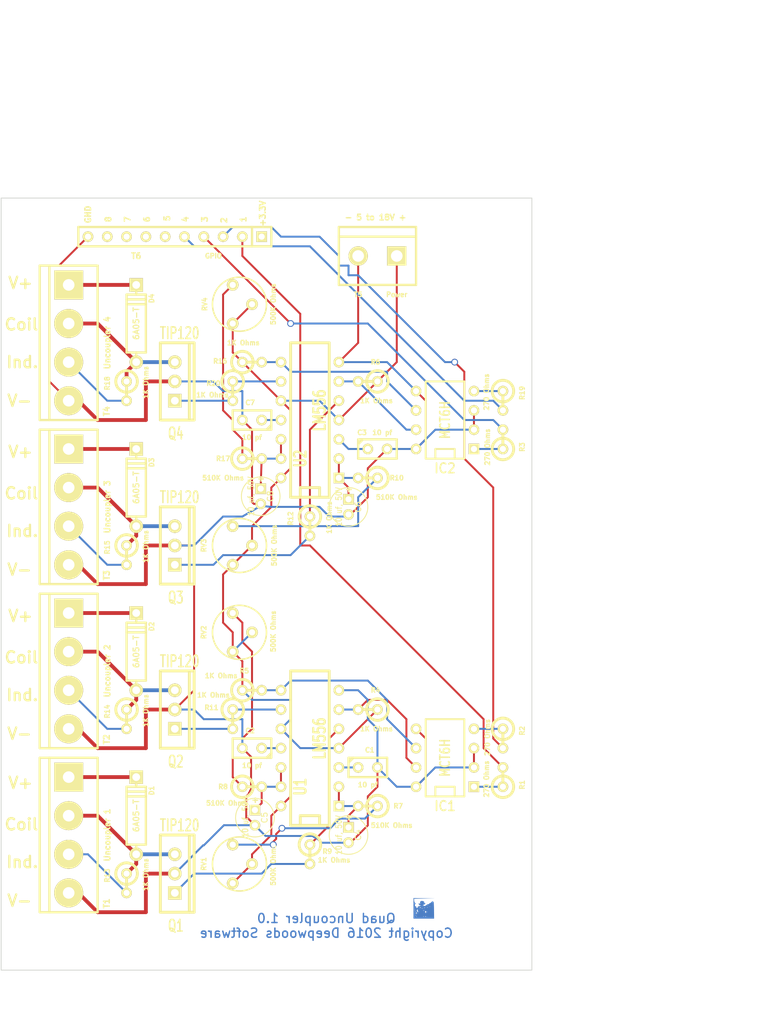
<source format=kicad_pcb>
(kicad_pcb (version 3) (host pcbnew "(2013-june-11)-stable")

  (general
    (links 109)
    (no_connects 0)
    (area 53.213 18.669 156.845 155.067)
    (thickness 1.6)
    (drawings 38)
    (tracks 301)
    (zones 0)
    (modules 55)
    (nets 47)
  )

  (page A3)
  (layers
    (15 F.Cu signal)
    (0 B.Cu signal)
    (16 B.Adhes user)
    (17 F.Adhes user)
    (18 B.Paste user)
    (19 F.Paste user)
    (20 B.SilkS user)
    (21 F.SilkS user)
    (22 B.Mask user)
    (23 F.Mask user)
    (24 Dwgs.User user)
    (25 Cmts.User user)
    (26 Eco1.User user)
    (27 Eco2.User user)
    (28 Edge.Cuts user)
  )

  (setup
    (last_trace_width 0.254)
    (user_trace_width 0.5)
    (trace_clearance 0.254)
    (zone_clearance 0.508)
    (zone_45_only no)
    (trace_min 0.254)
    (segment_width 0.2)
    (edge_width 0.1)
    (via_size 0.889)
    (via_drill 0.635)
    (via_min_size 0.889)
    (via_min_drill 0.508)
    (user_via 1.2 1)
    (uvia_size 0.508)
    (uvia_drill 0.127)
    (uvias_allowed no)
    (uvia_min_size 0.508)
    (uvia_min_drill 0.127)
    (pcb_text_width 0.3)
    (pcb_text_size 1.5 1.5)
    (mod_edge_width 0.15)
    (mod_text_size 1 1)
    (mod_text_width 0.15)
    (pad_size 1.397 1.397)
    (pad_drill 0.8128)
    (pad_to_mask_clearance 0)
    (aux_axis_origin 0 0)
    (visible_elements FFFFFFBF)
    (pcbplotparams
      (layerselection 3178497)
      (usegerberextensions true)
      (excludeedgelayer true)
      (linewidth 0.150000)
      (plotframeref false)
      (viasonmask false)
      (mode 1)
      (useauxorigin false)
      (hpglpennumber 1)
      (hpglpenspeed 20)
      (hpglpendiameter 15)
      (hpglpenoverlay 2)
      (psnegative false)
      (psa4output false)
      (plotreference true)
      (plotvalue true)
      (plotothertext true)
      (plotinvisibletext false)
      (padsonsilk false)
      (subtractmaskfromsilk false)
      (outputformat 1)
      (mirror false)
      (drillshape 1)
      (scaleselection 1)
      (outputdirectory ""))
  )

  (net 0 "")
  (net 1 "/Coil 1")
  (net 2 "/Coil 2")
  (net 3 "/Coil 3")
  (net 4 "/Coil 4")
  (net 5 "/Coupler 1 Power")
  (net 6 "/Coupler 2 Power")
  (net 7 "/Coupler 3 Power")
  (net 8 "/Coupler 4 Power")
  (net 9 GND)
  (net 10 GPIO.1)
  (net 11 GPIO.2)
  (net 12 GPIO.3)
  (net 13 GPIO.4)
  (net 14 N-000001)
  (net 15 N-0000010)
  (net 16 N-0000011)
  (net 17 N-0000012)
  (net 18 N-0000013)
  (net 19 N-0000026)
  (net 20 N-0000027)
  (net 21 N-0000028)
  (net 22 N-0000029)
  (net 23 N-000003)
  (net 24 N-0000032)
  (net 25 N-0000033)
  (net 26 N-0000034)
  (net 27 N-0000035)
  (net 28 N-0000036)
  (net 29 N-0000037)
  (net 30 N-0000039)
  (net 31 N-0000040)
  (net 32 N-0000041)
  (net 33 N-0000042)
  (net 34 N-0000043)
  (net 35 N-0000044)
  (net 36 N-0000046)
  (net 37 N-0000047)
  (net 38 N-0000048)
  (net 39 N-0000049)
  (net 40 N-000005)
  (net 41 N-0000050)
  (net 42 N-0000051)
  (net 43 N-000007)
  (net 44 N-000008)
  (net 45 N-000009)
  (net 46 VCC)

  (net_class Default "This is the default net class."
    (clearance 0.254)
    (trace_width 0.254)
    (via_dia 0.889)
    (via_drill 0.635)
    (uvia_dia 0.508)
    (uvia_drill 0.127)
    (add_net "")
    (add_net GND)
    (add_net GPIO.1)
    (add_net GPIO.2)
    (add_net GPIO.3)
    (add_net GPIO.4)
    (add_net N-000001)
    (add_net N-0000010)
    (add_net N-0000011)
    (add_net N-0000012)
    (add_net N-0000013)
    (add_net N-0000026)
    (add_net N-0000027)
    (add_net N-0000028)
    (add_net N-0000029)
    (add_net N-000003)
    (add_net N-0000032)
    (add_net N-0000033)
    (add_net N-0000034)
    (add_net N-0000035)
    (add_net N-0000036)
    (add_net N-0000037)
    (add_net N-0000039)
    (add_net N-0000040)
    (add_net N-0000041)
    (add_net N-0000042)
    (add_net N-0000043)
    (add_net N-0000044)
    (add_net N-0000046)
    (add_net N-0000047)
    (add_net N-0000048)
    (add_net N-0000049)
    (add_net N-000005)
    (add_net N-0000050)
    (add_net N-0000051)
    (add_net N-000007)
    (add_net N-000008)
    (add_net N-000009)
    (add_net VCC)
  )

  (net_class Power ""
    (clearance 0.4)
    (trace_width 0.5)
    (via_dia 1.2)
    (via_drill 1)
    (uvia_dia 0.9)
    (uvia_drill 0.7)
    (add_net "/Coil 1")
    (add_net "/Coil 2")
    (add_net "/Coil 3")
    (add_net "/Coil 4")
    (add_net "/Coupler 1 Power")
    (add_net "/Coupler 2 Power")
    (add_net "/Coupler 3 Power")
    (add_net "/Coupler 4 Power")
  )

  (module C1V5 (layer F.Cu) (tedit 584594D2) (tstamp 583C52F1)
    (at 86.741 125.984 270)
    (descr "Condensateur e = 1 pas")
    (tags C)
    (path /58447C5E)
    (fp_text reference C5 (at 0 -1.26746 270) (layer F.SilkS)
      (effects (font (size 0.762 0.762) (thickness 0.127)))
    )
    (fp_text value "10 uf, 50V" (at 0 1.27 270) (layer F.SilkS)
      (effects (font (size 0.762 0.635) (thickness 0.127)))
    )
    (fp_text user + (at -2.286 0 270) (layer F.SilkS)
      (effects (font (size 0.762 0.762) (thickness 0.2032)))
    )
    (fp_circle (center 0 0) (end 0.127 -2.54) (layer F.SilkS) (width 0.127))
    (pad 1 thru_hole rect (at -1 0 270) (size 1.397 1.397) (drill 0.8128)
      (layers *.Cu *.Mask F.SilkS)
      (net 41 N-0000050)
    )
    (pad 2 thru_hole circle (at 1 0 270) (size 1.397 1.397) (drill 0.8128)
      (layers *.Cu *.Mask F.SilkS)
      (net 9 GND)
    )
    (model discret/c_vert_c1v5.wrl
      (at (xyz 0 0 0))
      (scale (xyz 1 1 1))
      (rotate (xyz 0 0 0))
    )
  )

  (module C1V5 (layer F.Cu) (tedit 58459496) (tstamp 583C52E6)
    (at 99.06 128.27 270)
    (descr "Condensateur e = 1 pas")
    (tags C)
    (path /5845909B)
    (fp_text reference C4 (at 0 -1.26746 270) (layer F.SilkS)
      (effects (font (size 0.762 0.762) (thickness 0.127)))
    )
    (fp_text value "10 uf, 50V" (at 0 1.27 270) (layer F.SilkS)
      (effects (font (size 0.762 0.635) (thickness 0.127)))
    )
    (fp_text user + (at -2.286 0 270) (layer F.SilkS)
      (effects (font (size 0.762 0.762) (thickness 0.2032)))
    )
    (fp_circle (center 0 0) (end 0.127 -2.54) (layer F.SilkS) (width 0.127))
    (pad 1 thru_hole rect (at -1 0 270) (size 1.397 1.397) (drill 0.8128)
      (layers *.Cu *.Mask F.SilkS)
      (net 15 N-0000010)
    )
    (pad 2 thru_hole circle (at 1 0 270) (size 1.397 1.397) (drill 0.8128)
      (layers *.Cu *.Mask F.SilkS)
      (net 9 GND)
    )
    (model discret/c_vert_c1v5.wrl
      (at (xyz 0 0 0))
      (scale (xyz 1 1 1))
      (rotate (xyz 0 0 0))
    )
  )

  (module C1V5 (layer F.Cu) (tedit 5845943F) (tstamp 583C5307)
    (at 99.06 85.09 270)
    (descr "Condensateur e = 1 pas")
    (tags C)
    (path /5845909C)
    (fp_text reference C6 (at 0 -1.26746 270) (layer F.SilkS)
      (effects (font (size 0.762 0.762) (thickness 0.127)))
    )
    (fp_text value "10 uf, 50V" (at 0 1.27 270) (layer F.SilkS)
      (effects (font (size 0.762 0.635) (thickness 0.127)))
    )
    (fp_text user + (at -2.286 0 270) (layer F.SilkS)
      (effects (font (size 0.762 0.762) (thickness 0.2032)))
    )
    (fp_circle (center 0 0) (end 0.127 -2.54) (layer F.SilkS) (width 0.127))
    (pad 1 thru_hole rect (at -1 0 270) (size 1.397 1.397) (drill 0.8128)
      (layers *.Cu *.Mask F.SilkS)
      (net 31 N-0000040)
    )
    (pad 2 thru_hole circle (at 1 0 270) (size 1.397 1.397) (drill 0.8128)
      (layers *.Cu *.Mask F.SilkS)
      (net 9 GND)
    )
    (model discret/c_vert_c1v5.wrl
      (at (xyz 0 0 0))
      (scale (xyz 1 1 1))
      (rotate (xyz 0 0 0))
    )
  )

  (module C1V5   locked (layer F.Cu) (tedit 58459362) (tstamp 583C5312)
    (at 87.503 83.693 270)
    (descr "Condensateur e = 1 pas")
    (tags C)
    (path /5845909A)
    (fp_text reference C8 (at 0 -1.26746 270) (layer F.SilkS)
      (effects (font (size 0.762 0.762) (thickness 0.127)))
    )
    (fp_text value "10 uf, 50V" (at 0 1.27 270) (layer F.SilkS)
      (effects (font (size 0.762 0.635) (thickness 0.127)))
    )
    (fp_text user + (at -2.286 0 270) (layer F.SilkS)
      (effects (font (size 0.762 0.762) (thickness 0.2032)))
    )
    (fp_circle (center 0 0) (end 0.127 -2.54) (layer F.SilkS) (width 0.127))
    (pad 1 thru_hole rect (at -1 0 270) (size 1.397 1.397) (drill 0.8128)
      (layers *.Cu *.Mask F.SilkS)
      (net 43 N-000007)
    )
    (pad 2 thru_hole circle (at 1 0 270) (size 1.397 1.397) (drill 0.8128)
      (layers *.Cu *.Mask F.SilkS)
      (net 9 GND)
    )
    (model discret/c_vert_c1v5.wrl
      (at (xyz 0 0 0))
      (scale (xyz 1 1 1))
      (rotate (xyz 0 0 0))
    )
  )

  (module TO220_VERT   locked (layer F.Cu) (tedit 583DA6A0) (tstamp 583C5143)
    (at 76.2 68.58)
    (descr "Regulateur TO220 serie LM78xx")
    (tags "TR TO220")
    (path /583C4C29)
    (fp_text reference Q4 (at 0.127 6.858) (layer F.SilkS)
      (effects (font (size 1.524 1.016) (thickness 0.2032)))
    )
    (fp_text value TIP120 (at 0.635 -6.35) (layer F.SilkS)
      (effects (font (size 1.524 1.016) (thickness 0.2032)))
    )
    (fp_line (start 1.905 -5.08) (end 2.54 -5.08) (layer F.SilkS) (width 0.381))
    (fp_line (start 2.54 -5.08) (end 2.54 5.08) (layer F.SilkS) (width 0.381))
    (fp_line (start 2.54 5.08) (end 1.905 5.08) (layer F.SilkS) (width 0.381))
    (fp_line (start -1.905 -5.08) (end 1.905 -5.08) (layer F.SilkS) (width 0.381))
    (fp_line (start 1.905 -5.08) (end 1.905 5.08) (layer F.SilkS) (width 0.381))
    (fp_line (start 1.905 5.08) (end -1.905 5.08) (layer F.SilkS) (width 0.381))
    (fp_line (start -1.905 5.08) (end -1.905 -5.08) (layer F.SilkS) (width 0.381))
    (pad 2 thru_hole circle (at 0 -2.54) (size 1.778 1.778) (drill 1.016)
      (layers *.Cu *.Mask F.SilkS)
      (net 4 "/Coil 4")
    )
    (pad 3 thru_hole circle (at 0 0) (size 1.778 1.778) (drill 1.016)
      (layers *.Cu *.Mask F.SilkS)
      (net 9 GND)
    )
    (pad 1 thru_hole rect (at 0 2.54) (size 1.778 1.778) (drill 1.016)
      (layers *.Cu *.Mask F.SilkS)
      (net 19 N-0000026)
    )
    (model discret/to220_vert.wrl
      (at (xyz 0 0 0))
      (scale (xyz 1 1 1))
      (rotate (xyz 0 0 0))
    )
  )

  (module TO220_VERT   locked (layer F.Cu) (tedit 583DA866) (tstamp 583C5151)
    (at 76.2 111.76)
    (descr "Regulateur TO220 serie LM78xx")
    (tags "TR TO220")
    (path /583C4AD1)
    (fp_text reference Q2 (at 0.127 6.858) (layer F.SilkS)
      (effects (font (size 1.524 1.016) (thickness 0.2032)))
    )
    (fp_text value TIP120 (at 0.635 -6.35) (layer F.SilkS)
      (effects (font (size 1.524 1.016) (thickness 0.2032)))
    )
    (fp_line (start 1.905 -5.08) (end 2.54 -5.08) (layer F.SilkS) (width 0.381))
    (fp_line (start 2.54 -5.08) (end 2.54 5.08) (layer F.SilkS) (width 0.381))
    (fp_line (start 2.54 5.08) (end 1.905 5.08) (layer F.SilkS) (width 0.381))
    (fp_line (start -1.905 -5.08) (end 1.905 -5.08) (layer F.SilkS) (width 0.381))
    (fp_line (start 1.905 -5.08) (end 1.905 5.08) (layer F.SilkS) (width 0.381))
    (fp_line (start 1.905 5.08) (end -1.905 5.08) (layer F.SilkS) (width 0.381))
    (fp_line (start -1.905 5.08) (end -1.905 -5.08) (layer F.SilkS) (width 0.381))
    (pad 2 thru_hole circle (at 0 -2.54) (size 1.778 1.778) (drill 1.016)
      (layers *.Cu *.Mask F.SilkS)
      (net 2 "/Coil 2")
    )
    (pad 3 thru_hole circle (at 0 0) (size 1.778 1.778) (drill 1.016)
      (layers *.Cu *.Mask F.SilkS)
      (net 9 GND)
    )
    (pad 1 thru_hole rect (at 0 2.54) (size 1.778 1.778) (drill 1.016)
      (layers *.Cu *.Mask F.SilkS)
      (net 38 N-0000048)
    )
    (model discret/to220_vert.wrl
      (at (xyz 0 0 0))
      (scale (xyz 1 1 1))
      (rotate (xyz 0 0 0))
    )
  )

  (module TO220_VERT   locked (layer F.Cu) (tedit 583DA87A) (tstamp 583C515F)
    (at 76.2 133.35)
    (descr "Regulateur TO220 serie LM78xx")
    (tags "TR TO220")
    (path /583C4B7D)
    (fp_text reference Q1 (at 0.127 6.858) (layer F.SilkS)
      (effects (font (size 1.524 1.016) (thickness 0.2032)))
    )
    (fp_text value TIP120 (at 0.635 -6.35) (layer F.SilkS)
      (effects (font (size 1.524 1.016) (thickness 0.2032)))
    )
    (fp_line (start 1.905 -5.08) (end 2.54 -5.08) (layer F.SilkS) (width 0.381))
    (fp_line (start 2.54 -5.08) (end 2.54 5.08) (layer F.SilkS) (width 0.381))
    (fp_line (start 2.54 5.08) (end 1.905 5.08) (layer F.SilkS) (width 0.381))
    (fp_line (start -1.905 -5.08) (end 1.905 -5.08) (layer F.SilkS) (width 0.381))
    (fp_line (start 1.905 -5.08) (end 1.905 5.08) (layer F.SilkS) (width 0.381))
    (fp_line (start 1.905 5.08) (end -1.905 5.08) (layer F.SilkS) (width 0.381))
    (fp_line (start -1.905 5.08) (end -1.905 -5.08) (layer F.SilkS) (width 0.381))
    (pad 2 thru_hole circle (at 0 -2.54) (size 1.778 1.778) (drill 1.016)
      (layers *.Cu *.Mask F.SilkS)
      (net 1 "/Coil 1")
    )
    (pad 3 thru_hole circle (at 0 0) (size 1.778 1.778) (drill 1.016)
      (layers *.Cu *.Mask F.SilkS)
      (net 9 GND)
    )
    (pad 1 thru_hole rect (at 0 2.54) (size 1.778 1.778) (drill 1.016)
      (layers *.Cu *.Mask F.SilkS)
      (net 17 N-0000012)
    )
    (model discret/to220_vert.wrl
      (at (xyz 0 0 0))
      (scale (xyz 1 1 1))
      (rotate (xyz 0 0 0))
    )
  )

  (module TO220_VERT   locked (layer F.Cu) (tedit 583DA7E7) (tstamp 583C516D)
    (at 76.2 90.17)
    (descr "Regulateur TO220 serie LM78xx")
    (tags "TR TO220")
    (path /583C485A)
    (fp_text reference Q3 (at 0.127 6.858) (layer F.SilkS)
      (effects (font (size 1.524 1.016) (thickness 0.2032)))
    )
    (fp_text value TIP120 (at 0.635 -6.35) (layer F.SilkS)
      (effects (font (size 1.524 1.016) (thickness 0.2032)))
    )
    (fp_line (start 1.905 -5.08) (end 2.54 -5.08) (layer F.SilkS) (width 0.381))
    (fp_line (start 2.54 -5.08) (end 2.54 5.08) (layer F.SilkS) (width 0.381))
    (fp_line (start 2.54 5.08) (end 1.905 5.08) (layer F.SilkS) (width 0.381))
    (fp_line (start -1.905 -5.08) (end 1.905 -5.08) (layer F.SilkS) (width 0.381))
    (fp_line (start 1.905 -5.08) (end 1.905 5.08) (layer F.SilkS) (width 0.381))
    (fp_line (start 1.905 5.08) (end -1.905 5.08) (layer F.SilkS) (width 0.381))
    (fp_line (start -1.905 5.08) (end -1.905 -5.08) (layer F.SilkS) (width 0.381))
    (pad 2 thru_hole circle (at 0 -2.54) (size 1.778 1.778) (drill 1.016)
      (layers *.Cu *.Mask F.SilkS)
      (net 3 "/Coil 3")
    )
    (pad 3 thru_hole circle (at 0 0) (size 1.778 1.778) (drill 1.016)
      (layers *.Cu *.Mask F.SilkS)
      (net 9 GND)
    )
    (pad 1 thru_hole rect (at 0 2.54) (size 1.778 1.778) (drill 1.016)
      (layers *.Cu *.Mask F.SilkS)
      (net 24 N-0000032)
    )
    (model discret/to220_vert.wrl
      (at (xyz 0 0 0))
      (scale (xyz 1 1 1))
      (rotate (xyz 0 0 0))
    )
  )

  (module SIL-10   locked (layer F.Cu) (tedit 583D9FAC) (tstamp 583C5180)
    (at 76.2 49.53 180)
    (descr "Connecteur 10 pins")
    (tags "CONN DEV")
    (path /583C4F1A)
    (fp_text reference T6 (at 5.08 -2.54 180) (layer F.SilkS)
      (effects (font (size 0.75 0.75) (thickness 0.1875)))
    )
    (fp_text value GPIO (at -5.08 -2.54 180) (layer F.SilkS)
      (effects (font (size 0.625 0.625) (thickness 0.15625)))
    )
    (fp_line (start -12.7 1.27) (end -12.7 -1.27) (layer F.SilkS) (width 0.3048))
    (fp_line (start -12.7 -1.27) (end 12.7 -1.27) (layer F.SilkS) (width 0.3048))
    (fp_line (start 12.7 -1.27) (end 12.7 1.27) (layer F.SilkS) (width 0.3048))
    (fp_line (start 12.7 1.27) (end -12.7 1.27) (layer F.SilkS) (width 0.3048))
    (fp_line (start -10.16 1.27) (end -10.16 -1.27) (layer F.SilkS) (width 0.3048))
    (pad 1 thru_hole rect (at -11.43 0 180) (size 1.397 1.397) (drill 0.8128)
      (layers *.Cu *.Mask F.SilkS)
    )
    (pad 2 thru_hole circle (at -8.89 0 180) (size 1.397 1.397) (drill 0.8128)
      (layers *.Cu *.Mask F.SilkS)
      (net 10 GPIO.1)
    )
    (pad 3 thru_hole circle (at -6.35 0 180) (size 1.397 1.397) (drill 0.8128)
      (layers *.Cu *.Mask F.SilkS)
      (net 11 GPIO.2)
    )
    (pad 4 thru_hole circle (at -3.81 0 180) (size 1.397 1.397) (drill 0.8128)
      (layers *.Cu *.Mask F.SilkS)
      (net 12 GPIO.3)
    )
    (pad 5 thru_hole circle (at -1.27 0 180) (size 1.397 1.397) (drill 0.8128)
      (layers *.Cu *.Mask F.SilkS)
      (net 13 GPIO.4)
    )
    (pad 6 thru_hole circle (at 1.27 0 180) (size 1.397 1.397) (drill 0.8128)
      (layers *.Cu *.Mask F.SilkS)
    )
    (pad 7 thru_hole circle (at 3.81 0 180) (size 1.397 1.397) (drill 0.8128)
      (layers *.Cu *.Mask F.SilkS)
    )
    (pad 8 thru_hole circle (at 6.35 0 180) (size 1.397 1.397) (drill 0.8128)
      (layers *.Cu *.Mask F.SilkS)
    )
    (pad 9 thru_hole circle (at 8.89 0 180) (size 1.397 1.397) (drill 0.8128)
      (layers *.Cu *.Mask F.SilkS)
    )
    (pad 10 thru_hole circle (at 11.43 0 180) (size 1.397 1.397) (drill 0.8128)
      (layers *.Cu *.Mask F.SilkS)
      (net 9 GND)
    )
    (model device/bornier_5.wrl
      (at (xyz 0.25 0 0))
      (scale (xyz 0.5 0.5 0.5))
      (rotate (xyz 0 0 0))
    )
    (model device/bornier_5.wrl
      (at (xyz -0.25 0 0))
      (scale (xyz 0.5 0.5 0.5))
      (rotate (xyz 0 0 0))
    )
  )

  (module RV2   locked (layer F.Cu) (tedit 583DAA68) (tstamp 583C5188)
    (at 85.09 101.6 270)
    (descr "Resistance variable / potentiometre")
    (tags R)
    (path /583C4AB8)
    (autoplace_cost90 10)
    (autoplace_cost180 10)
    (fp_text reference RV2 (at 0 5.08 270) (layer F.SilkS)
      (effects (font (size 0.625 0.625) (thickness 0.15625)))
    )
    (fp_text value "500K Ohms" (at -0.127 -4.064 270) (layer F.SilkS)
      (effects (font (size 0.625 0.625) (thickness 0.15625)))
    )
    (fp_circle (center 0 0.381) (end 0 -3.175) (layer F.SilkS) (width 0.2032))
    (pad 1 thru_hole circle (at -2.54 1.27 270) (size 1.524 1.524) (drill 0.8128)
      (layers *.Cu *.Mask F.SilkS)
      (net 42 N-0000051)
    )
    (pad 2 thru_hole circle (at 0 -1.27 270) (size 1.524 1.524) (drill 0.8128)
      (layers *.Cu *.Mask F.SilkS)
      (net 46 VCC)
    )
    (pad 3 thru_hole circle (at 2.54 1.27 270) (size 1.524 1.524) (drill 0.8128)
      (layers *.Cu *.Mask F.SilkS)
      (net 46 VCC)
    )
    (model discret/adjustable_rx2.wrl
      (at (xyz 0 0 0))
      (scale (xyz 1 1 1))
      (rotate (xyz 0 0 0))
    )
  )

  (module RV2   locked (layer F.Cu) (tedit 583DAB0E) (tstamp 583C5190)
    (at 85.09 132.08 270)
    (descr "Resistance variable / potentiometre")
    (tags R)
    (path /583C4B64)
    (autoplace_cost90 10)
    (autoplace_cost180 10)
    (fp_text reference RV1 (at 0 5.08 270) (layer F.SilkS)
      (effects (font (size 0.625 0.625) (thickness 0.15625)))
    )
    (fp_text value "500K Ohms" (at 0.127 -4.064 270) (layer F.SilkS)
      (effects (font (size 0.625 0.625) (thickness 0.15625)))
    )
    (fp_circle (center 0 0.381) (end 0 -3.175) (layer F.SilkS) (width 0.2032))
    (pad 1 thru_hole circle (at -2.54 1.27 270) (size 1.524 1.524) (drill 0.8128)
      (layers *.Cu *.Mask F.SilkS)
      (net 45 N-000009)
    )
    (pad 2 thru_hole circle (at 0 -1.27 270) (size 1.524 1.524) (drill 0.8128)
      (layers *.Cu *.Mask F.SilkS)
      (net 46 VCC)
    )
    (pad 3 thru_hole circle (at 2.54 1.27 270) (size 1.524 1.524) (drill 0.8128)
      (layers *.Cu *.Mask F.SilkS)
      (net 46 VCC)
    )
    (model discret/adjustable_rx2.wrl
      (at (xyz 0 0 0))
      (scale (xyz 1 1 1))
      (rotate (xyz 0 0 0))
    )
  )

  (module RV2   locked (layer F.Cu) (tedit 583DAA15) (tstamp 583C5198)
    (at 85.09 90.17 270)
    (descr "Resistance variable / potentiometre")
    (tags R)
    (path /583C47AA)
    (autoplace_cost90 10)
    (autoplace_cost180 10)
    (fp_text reference RV3 (at 0 5.08 270) (layer F.SilkS)
      (effects (font (size 0.625 0.625) (thickness 0.15625)))
    )
    (fp_text value "500K Ohms" (at 0 -4.191 270) (layer F.SilkS)
      (effects (font (size 0.625 0.625) (thickness 0.15625)))
    )
    (fp_circle (center 0 0.381) (end 0 -3.175) (layer F.SilkS) (width 0.2032))
    (pad 1 thru_hole circle (at -2.54 1.27 270) (size 1.524 1.524) (drill 0.8128)
      (layers *.Cu *.Mask F.SilkS)
      (net 26 N-0000034)
    )
    (pad 2 thru_hole circle (at 0 -1.27 270) (size 1.524 1.524) (drill 0.8128)
      (layers *.Cu *.Mask F.SilkS)
      (net 46 VCC)
    )
    (pad 3 thru_hole circle (at 2.54 1.27 270) (size 1.524 1.524) (drill 0.8128)
      (layers *.Cu *.Mask F.SilkS)
      (net 46 VCC)
    )
    (model discret/adjustable_rx2.wrl
      (at (xyz 0 0 0))
      (scale (xyz 1 1 1))
      (rotate (xyz 0 0 0))
    )
  )

  (module RV2   locked (layer F.Cu) (tedit 583DA931) (tstamp 583C51A0)
    (at 85.09 58.42 270)
    (descr "Resistance variable / potentiometre")
    (tags R)
    (path /583C4C10)
    (autoplace_cost90 10)
    (autoplace_cost180 10)
    (fp_text reference RV4 (at 0 4.953 270) (layer F.SilkS)
      (effects (font (size 0.625 0.625) (thickness 0.15625)))
    )
    (fp_text value "500K Ohms" (at 0 -4.064 270) (layer F.SilkS)
      (effects (font (size 0.625 0.625) (thickness 0.15625)))
    )
    (fp_circle (center 0 0.381) (end 0 -3.175) (layer F.SilkS) (width 0.2032))
    (pad 1 thru_hole circle (at -2.54 1.27 270) (size 1.524 1.524) (drill 0.8128)
      (layers *.Cu *.Mask F.SilkS)
      (net 21 N-0000028)
    )
    (pad 2 thru_hole circle (at 0 -1.27 270) (size 1.524 1.524) (drill 0.8128)
      (layers *.Cu *.Mask F.SilkS)
      (net 46 VCC)
    )
    (pad 3 thru_hole circle (at 2.54 1.27 270) (size 1.524 1.524) (drill 0.8128)
      (layers *.Cu *.Mask F.SilkS)
      (net 46 VCC)
    )
    (model discret/adjustable_rx2.wrl
      (at (xyz 0 0 0))
      (scale (xyz 1 1 1))
      (rotate (xyz 0 0 0))
    )
  )

  (module R1   locked (layer F.Cu) (tedit 583DA9D5) (tstamp 583C51A8)
    (at 119.38 71.12 270)
    (descr "Resistance verticale")
    (tags R)
    (path /583C4BA7)
    (autoplace_cost90 10)
    (autoplace_cost180 10)
    (fp_text reference R19 (at -1.016 -2.54 270) (layer F.SilkS)
      (effects (font (size 0.625 0.625) (thickness 0.15625)))
    )
    (fp_text value "270 Ohms" (at -1.143 2.159 270) (layer F.SilkS)
      (effects (font (size 0.625 0.625) (thickness 0.15625)))
    )
    (fp_line (start -1.27 0) (end 1.27 0) (layer F.SilkS) (width 0.381))
    (fp_circle (center -1.27 0) (end -0.635 1.27) (layer F.SilkS) (width 0.381))
    (pad 1 thru_hole circle (at -1.27 0 270) (size 1.397 1.397) (drill 0.8128)
      (layers *.Cu *.Mask F.SilkS)
      (net 23 N-000003)
    )
    (pad 2 thru_hole circle (at 1.27 0 270) (size 1.397 1.397) (drill 0.8128)
      (layers *.Cu *.Mask F.SilkS)
      (net 13 GPIO.4)
    )
    (model discret/verti_resistor.wrl
      (at (xyz 0 0 0))
      (scale (xyz 1 1 1))
      (rotate (xyz 0 0 0))
    )
  )

  (module R1   locked (layer F.Cu) (tedit 583DA8BB) (tstamp 583C51B0)
    (at 86.36 66.04)
    (descr "Resistance verticale")
    (tags R)
    (path /583C4BD6)
    (autoplace_cost90 10)
    (autoplace_cost180 10)
    (fp_text reference R16 (at -4.191 -0.127) (layer F.SilkS)
      (effects (font (size 0.625 0.625) (thickness 0.15625)))
    )
    (fp_text value "1K Ohms" (at -1.143 -2.54) (layer F.SilkS)
      (effects (font (size 0.625 0.625) (thickness 0.15625)))
    )
    (fp_line (start -1.27 0) (end 1.27 0) (layer F.SilkS) (width 0.381))
    (fp_circle (center -1.27 0) (end -0.635 1.27) (layer F.SilkS) (width 0.381))
    (pad 1 thru_hole circle (at -1.27 0) (size 1.397 1.397) (drill 0.8128)
      (layers *.Cu *.Mask F.SilkS)
      (net 46 VCC)
    )
    (pad 2 thru_hole circle (at 1.27 0) (size 1.397 1.397) (drill 0.8128)
      (layers *.Cu *.Mask F.SilkS)
      (net 14 N-000001)
    )
    (model discret/verti_resistor.wrl
      (at (xyz 0 0 0))
      (scale (xyz 1 1 1))
      (rotate (xyz 0 0 0))
    )
  )

  (module R1   locked   placed (layer F.Cu) (tedit 583DA84C) (tstamp 583C51B8)
    (at 69.85 134.62 270)
    (descr "Resistance verticale")
    (tags R)
    (path /583C4B91)
    (autoplace_cost90 10)
    (autoplace_cost180 10)
    (fp_text reference R13 (at -1.016 2.54 270) (layer F.SilkS)
      (effects (font (size 0.625 0.625) (thickness 0.15625)))
    )
    (fp_text value "1K Ohms" (at -1.143 -2.54 270) (layer F.SilkS)
      (effects (font (size 0.625 0.625) (thickness 0.15625)))
    )
    (fp_line (start -1.27 0) (end 1.27 0) (layer F.SilkS) (width 0.381))
    (fp_circle (center -1.27 0) (end -0.635 1.27) (layer F.SilkS) (width 0.381))
    (pad 1 thru_hole circle (at -1.27 0 270) (size 1.397 1.397) (drill 0.8128)
      (layers *.Cu *.Mask F.SilkS)
      (net 1 "/Coil 1")
    )
    (pad 2 thru_hole circle (at 1.27 0 270) (size 1.397 1.397) (drill 0.8128)
      (layers *.Cu *.Mask F.SilkS)
      (net 40 N-000005)
    )
    (model discret/verti_resistor.wrl
      (at (xyz 0 0 0))
      (scale (xyz 1 1 1))
      (rotate (xyz 0 0 0))
    )
  )

  (module R1   locked (layer F.Cu) (tedit 583C85E7) (tstamp 583C51C0)
    (at 86.36 78.74)
    (descr "Resistance verticale")
    (tags R)
    (path /583C4C0A)
    (autoplace_cost90 10)
    (autoplace_cost180 10)
    (fp_text reference R17 (at -3.81 0) (layer F.SilkS)
      (effects (font (size 0.625 0.625) (thickness 0.15625)))
    )
    (fp_text value "510K Ohms" (at -3.81 2.54) (layer F.SilkS)
      (effects (font (size 0.625 0.625) (thickness 0.15625)))
    )
    (fp_line (start -1.27 0) (end 1.27 0) (layer F.SilkS) (width 0.381))
    (fp_circle (center -1.27 0) (end -0.635 1.27) (layer F.SilkS) (width 0.381))
    (pad 1 thru_hole circle (at -1.27 0) (size 1.397 1.397) (drill 0.8128)
      (layers *.Cu *.Mask F.SilkS)
      (net 21 N-0000028)
    )
    (pad 2 thru_hole circle (at 1.27 0) (size 1.397 1.397) (drill 0.8128)
      (layers *.Cu *.Mask F.SilkS)
      (net 43 N-000007)
    )
    (model discret/verti_resistor.wrl
      (at (xyz 0 0 0))
      (scale (xyz 1 1 1))
      (rotate (xyz 0 0 0))
    )
  )

  (module R1   locked   placed (layer F.Cu) (tedit 583DAB76) (tstamp 583C51C8)
    (at 93.98 130.81 270)
    (descr "Resistance verticale")
    (tags R)
    (path /583C4B74)
    (autoplace_cost90 10)
    (autoplace_cost180 10)
    (fp_text reference R9 (at -0.381 -2.286 360) (layer F.SilkS)
      (effects (font (size 0.625 0.625) (thickness 0.15625)))
    )
    (fp_text value "1K Ohms" (at 0.762 -3.175 360) (layer F.SilkS)
      (effects (font (size 0.625 0.625) (thickness 0.15625)))
    )
    (fp_line (start -1.27 0) (end 1.27 0) (layer F.SilkS) (width 0.381))
    (fp_circle (center -1.27 0) (end -0.635 1.27) (layer F.SilkS) (width 0.381))
    (pad 1 thru_hole circle (at -1.27 0 270) (size 1.397 1.397) (drill 0.8128)
      (layers *.Cu *.Mask F.SilkS)
      (net 18 N-0000013)
    )
    (pad 2 thru_hole circle (at 1.27 0 270) (size 1.397 1.397) (drill 0.8128)
      (layers *.Cu *.Mask F.SilkS)
      (net 17 N-0000012)
    )
    (model discret/verti_resistor.wrl
      (at (xyz 0 0 0))
      (scale (xyz 1 1 1))
      (rotate (xyz 0 0 0))
    )
  )

  (module R1   locked (layer F.Cu) (tedit 583C8096) (tstamp 583C51D0)
    (at 101.6 124.46 180)
    (descr "Resistance verticale")
    (tags R)
    (path /583C4B5E)
    (autoplace_cost90 10)
    (autoplace_cost180 10)
    (fp_text reference R7 (at -4 0 180) (layer F.SilkS)
      (effects (font (size 0.625 0.625) (thickness 0.15625)))
    )
    (fp_text value "510K Ohms" (at -3.143 -2.54 180) (layer F.SilkS)
      (effects (font (size 0.625 0.625) (thickness 0.15625)))
    )
    (fp_line (start -1.27 0) (end 1.27 0) (layer F.SilkS) (width 0.381))
    (fp_circle (center -1.27 0) (end -0.635 1.27) (layer F.SilkS) (width 0.381))
    (pad 1 thru_hole circle (at -1.27 0 180) (size 1.397 1.397) (drill 0.8128)
      (layers *.Cu *.Mask F.SilkS)
      (net 45 N-000009)
    )
    (pad 2 thru_hole circle (at 1.27 0 180) (size 1.397 1.397) (drill 0.8128)
      (layers *.Cu *.Mask F.SilkS)
      (net 15 N-0000010)
    )
    (model discret/verti_resistor.wrl
      (at (xyz 0 0 0))
      (scale (xyz 1 1 1))
      (rotate (xyz 0 0 0))
    )
  )

  (module R1   locked (layer F.Cu) (tedit 583C7CD6) (tstamp 583C51D8)
    (at 101.6 111.76 180)
    (descr "Resistance verticale")
    (tags R)
    (path /583C4B2A)
    (autoplace_cost90 10)
    (autoplace_cost180 10)
    (fp_text reference R4 (at -1.016 2.54 180) (layer F.SilkS)
      (effects (font (size 0.625 0.625) (thickness 0.15625)))
    )
    (fp_text value "1K Ohms" (at -1.143 -2.54 180) (layer F.SilkS)
      (effects (font (size 0.625 0.625) (thickness 0.15625)))
    )
    (fp_line (start -1.27 0) (end 1.27 0) (layer F.SilkS) (width 0.381))
    (fp_circle (center -1.27 0) (end -0.635 1.27) (layer F.SilkS) (width 0.381))
    (pad 1 thru_hole circle (at -1.27 0 180) (size 1.397 1.397) (drill 0.8128)
      (layers *.Cu *.Mask F.SilkS)
      (net 46 VCC)
    )
    (pad 2 thru_hole circle (at 1.27 0 180) (size 1.397 1.397) (drill 0.8128)
      (layers *.Cu *.Mask F.SilkS)
      (net 36 N-0000046)
    )
    (model discret/verti_resistor.wrl
      (at (xyz 0 0 0))
      (scale (xyz 1 1 1))
      (rotate (xyz 0 0 0))
    )
  )

  (module R1   locked (layer F.Cu) (tedit 583DAAEF) (tstamp 583C51E0)
    (at 119.38 120.65 90)
    (descr "Resistance verticale")
    (tags R)
    (path /583C4AFB)
    (autoplace_cost90 10)
    (autoplace_cost180 10)
    (fp_text reference R1 (at -1.016 2.54 90) (layer F.SilkS)
      (effects (font (size 0.625 0.625) (thickness 0.15625)))
    )
    (fp_text value "270 Ohms" (at -0.254 -2.159 90) (layer F.SilkS)
      (effects (font (size 0.625 0.625) (thickness 0.15625)))
    )
    (fp_line (start -1.27 0) (end 1.27 0) (layer F.SilkS) (width 0.381))
    (fp_circle (center -1.27 0) (end -0.635 1.27) (layer F.SilkS) (width 0.381))
    (pad 1 thru_hole circle (at -1.27 0 90) (size 1.397 1.397) (drill 0.8128)
      (layers *.Cu *.Mask F.SilkS)
      (net 34 N-0000043)
    )
    (pad 2 thru_hole circle (at 1.27 0 90) (size 1.397 1.397) (drill 0.8128)
      (layers *.Cu *.Mask F.SilkS)
      (net 10 GPIO.1)
    )
    (model discret/verti_resistor.wrl
      (at (xyz 0 0 0))
      (scale (xyz 1 1 1))
      (rotate (xyz 0 0 0))
    )
  )

  (module R1   locked   placed (layer F.Cu) (tedit 583DA81E) (tstamp 583C51E8)
    (at 69.85 113.03 270)
    (descr "Resistance verticale")
    (tags R)
    (path /583C4AE5)
    (autoplace_cost90 10)
    (autoplace_cost180 10)
    (fp_text reference R14 (at -1.016 2.54 270) (layer F.SilkS)
      (effects (font (size 0.625 0.625) (thickness 0.15625)))
    )
    (fp_text value "1K Ohms" (at -1.143 -2.54 270) (layer F.SilkS)
      (effects (font (size 0.625 0.625) (thickness 0.15625)))
    )
    (fp_line (start -1.27 0) (end 1.27 0) (layer F.SilkS) (width 0.381))
    (fp_circle (center -1.27 0) (end -0.635 1.27) (layer F.SilkS) (width 0.381))
    (pad 1 thru_hole circle (at -1.27 0 270) (size 1.397 1.397) (drill 0.8128)
      (layers *.Cu *.Mask F.SilkS)
      (net 2 "/Coil 2")
    )
    (pad 2 thru_hole circle (at 1.27 0 270) (size 1.397 1.397) (drill 0.8128)
      (layers *.Cu *.Mask F.SilkS)
      (net 35 N-0000044)
    )
    (model discret/verti_resistor.wrl
      (at (xyz 0 0 0))
      (scale (xyz 1 1 1))
      (rotate (xyz 0 0 0))
    )
  )

  (module R1   locked   placed (layer F.Cu) (tedit 583DA998) (tstamp 583C51F0)
    (at 83.82 69.85 270)
    (descr "Resistance verticale")
    (tags R)
    (path /583C4C20)
    (autoplace_cost90 10)
    (autoplace_cost180 10)
    (fp_text reference R20 (at -1.016 2.54 360) (layer F.SilkS)
      (effects (font (size 0.625 0.625) (thickness 0.15625)))
    )
    (fp_text value "1K Ohms" (at 0.508 2.667 360) (layer F.SilkS)
      (effects (font (size 0.625 0.625) (thickness 0.15625)))
    )
    (fp_line (start -1.27 0) (end 1.27 0) (layer F.SilkS) (width 0.381))
    (fp_circle (center -1.27 0) (end -0.635 1.27) (layer F.SilkS) (width 0.381))
    (pad 1 thru_hole circle (at -1.27 0 270) (size 1.397 1.397) (drill 0.8128)
      (layers *.Cu *.Mask F.SilkS)
      (net 20 N-0000027)
    )
    (pad 2 thru_hole circle (at 1.27 0 270) (size 1.397 1.397) (drill 0.8128)
      (layers *.Cu *.Mask F.SilkS)
      (net 19 N-0000026)
    )
    (model discret/verti_resistor.wrl
      (at (xyz 0 0 0))
      (scale (xyz 1 1 1))
      (rotate (xyz 0 0 0))
    )
  )

  (module R1   locked   placed (layer F.Cu) (tedit 583DAABD) (tstamp 583C51F8)
    (at 83.82 113.03 270)
    (descr "Resistance verticale")
    (tags R)
    (path /583C4AC8)
    (autoplace_cost90 10)
    (autoplace_cost180 10)
    (fp_text reference R11 (at -1.524 2.794 360) (layer F.SilkS)
      (effects (font (size 0.625 0.625) (thickness 0.15625)))
    )
    (fp_text value "1K Ohms" (at -3.175 2.54 360) (layer F.SilkS)
      (effects (font (size 0.625 0.625) (thickness 0.15625)))
    )
    (fp_line (start -1.27 0) (end 1.27 0) (layer F.SilkS) (width 0.381))
    (fp_circle (center -1.27 0) (end -0.635 1.27) (layer F.SilkS) (width 0.381))
    (pad 1 thru_hole circle (at -1.27 0 270) (size 1.397 1.397) (drill 0.8128)
      (layers *.Cu *.Mask F.SilkS)
      (net 39 N-0000049)
    )
    (pad 2 thru_hole circle (at 1.27 0 270) (size 1.397 1.397) (drill 0.8128)
      (layers *.Cu *.Mask F.SilkS)
      (net 38 N-0000048)
    )
    (model discret/verti_resistor.wrl
      (at (xyz 0 0 0))
      (scale (xyz 1 1 1))
      (rotate (xyz 0 0 0))
    )
  )

  (module R1   locked   placed (layer F.Cu) (tedit 583DA66F) (tstamp 583C5200)
    (at 69.85 69.85 270)
    (descr "Resistance verticale")
    (tags R)
    (path /583C4C3D)
    (autoplace_cost90 10)
    (autoplace_cost180 10)
    (fp_text reference R18 (at -1.016 2.54 270) (layer F.SilkS)
      (effects (font (size 0.625 0.625) (thickness 0.15625)))
    )
    (fp_text value "1K Ohms" (at -1.143 -2.54 270) (layer F.SilkS)
      (effects (font (size 0.625 0.625) (thickness 0.15625)))
    )
    (fp_line (start -1.27 0) (end 1.27 0) (layer F.SilkS) (width 0.381))
    (fp_circle (center -1.27 0) (end -0.635 1.27) (layer F.SilkS) (width 0.381))
    (pad 1 thru_hole circle (at -1.27 0 270) (size 1.397 1.397) (drill 0.8128)
      (layers *.Cu *.Mask F.SilkS)
      (net 4 "/Coil 4")
    )
    (pad 2 thru_hole circle (at 1.27 0 270) (size 1.397 1.397) (drill 0.8128)
      (layers *.Cu *.Mask F.SilkS)
      (net 22 N-0000029)
    )
    (model discret/verti_resistor.wrl
      (at (xyz 0 0 0))
      (scale (xyz 1 1 1))
      (rotate (xyz 0 0 0))
    )
  )

  (module R1   locked (layer F.Cu) (tedit 583DA9D8) (tstamp 583C5208)
    (at 119.38 76.2 90)
    (descr "Resistance verticale")
    (tags R)
    (path /583C4446)
    (autoplace_cost90 10)
    (autoplace_cost180 10)
    (fp_text reference R3 (at -1.016 2.54 90) (layer F.SilkS)
      (effects (font (size 0.625 0.625) (thickness 0.15625)))
    )
    (fp_text value "270 Ohms" (at -1.016 -2.032 90) (layer F.SilkS)
      (effects (font (size 0.625 0.625) (thickness 0.15625)))
    )
    (fp_line (start -1.27 0) (end 1.27 0) (layer F.SilkS) (width 0.381))
    (fp_circle (center -1.27 0) (end -0.635 1.27) (layer F.SilkS) (width 0.381))
    (pad 1 thru_hole circle (at -1.27 0 90) (size 1.397 1.397) (drill 0.8128)
      (layers *.Cu *.Mask F.SilkS)
      (net 32 N-0000041)
    )
    (pad 2 thru_hole circle (at 1.27 0 90) (size 1.397 1.397) (drill 0.8128)
      (layers *.Cu *.Mask F.SilkS)
      (net 12 GPIO.3)
    )
    (model discret/verti_resistor.wrl
      (at (xyz 0 0 0))
      (scale (xyz 1 1 1))
      (rotate (xyz 0 0 0))
    )
  )

  (module R1   locked (layer F.Cu) (tedit 583C7C7A) (tstamp 583C5210)
    (at 101.6 68.58 180)
    (descr "Resistance verticale")
    (tags R)
    (path /583C4679)
    (autoplace_cost90 10)
    (autoplace_cost180 10)
    (fp_text reference R6 (at -1.016 2.54 180) (layer F.SilkS)
      (effects (font (size 0.625 0.625) (thickness 0.15625)))
    )
    (fp_text value "1K Ohms" (at -1.143 -2.54 180) (layer F.SilkS)
      (effects (font (size 0.625 0.625) (thickness 0.15625)))
    )
    (fp_line (start -1.27 0) (end 1.27 0) (layer F.SilkS) (width 0.381))
    (fp_circle (center -1.27 0) (end -0.635 1.27) (layer F.SilkS) (width 0.381))
    (pad 1 thru_hole circle (at -1.27 0 180) (size 1.397 1.397) (drill 0.8128)
      (layers *.Cu *.Mask F.SilkS)
      (net 46 VCC)
    )
    (pad 2 thru_hole circle (at 1.27 0 180) (size 1.397 1.397) (drill 0.8128)
      (layers *.Cu *.Mask F.SilkS)
      (net 30 N-0000039)
    )
    (model discret/verti_resistor.wrl
      (at (xyz 0 0 0))
      (scale (xyz 1 1 1))
      (rotate (xyz 0 0 0))
    )
  )

  (module R1   locked (layer F.Cu) (tedit 583C8538) (tstamp 583C81F4)
    (at 101.6 81.28 180)
    (descr "Resistance verticale")
    (tags R)
    (path /583C478C)
    (autoplace_cost90 10)
    (autoplace_cost180 10)
    (fp_text reference R10 (at -3.81 0 180) (layer F.SilkS)
      (effects (font (size 0.625 0.625) (thickness 0.15625)))
    )
    (fp_text value "510K Ohms" (at -3.81 -2.54 180) (layer F.SilkS)
      (effects (font (size 0.625 0.625) (thickness 0.15625)))
    )
    (fp_line (start -1.27 0) (end 1.27 0) (layer F.SilkS) (width 0.381))
    (fp_circle (center -1.27 0) (end -0.635 1.27) (layer F.SilkS) (width 0.381))
    (pad 1 thru_hole circle (at -1.27 0 180) (size 1.397 1.397) (drill 0.8128)
      (layers *.Cu *.Mask F.SilkS)
      (net 26 N-0000034)
    )
    (pad 2 thru_hole circle (at 1.27 0 180) (size 1.397 1.397) (drill 0.8128)
      (layers *.Cu *.Mask F.SilkS)
      (net 31 N-0000040)
    )
    (model discret/verti_resistor.wrl
      (at (xyz 0 0 0))
      (scale (xyz 1 1 1))
      (rotate (xyz 0 0 0))
    )
  )

  (module R1   locked   placed (layer F.Cu) (tedit 583DAA3C) (tstamp 583C5220)
    (at 93.98 87.63 270)
    (descr "Resistance verticale")
    (tags R)
    (path /583C4822)
    (autoplace_cost90 10)
    (autoplace_cost180 10)
    (fp_text reference R12 (at -1.016 2.54 270) (layer F.SilkS)
      (effects (font (size 0.625 0.625) (thickness 0.15625)))
    )
    (fp_text value "1K Ohms" (at -1.143 -2.54 270) (layer F.SilkS)
      (effects (font (size 0.625 0.625) (thickness 0.15625)))
    )
    (fp_line (start -1.27 0) (end 1.27 0) (layer F.SilkS) (width 0.381))
    (fp_circle (center -1.27 0) (end -0.635 1.27) (layer F.SilkS) (width 0.381))
    (pad 1 thru_hole circle (at -1.27 0 270) (size 1.397 1.397) (drill 0.8128)
      (layers *.Cu *.Mask F.SilkS)
      (net 25 N-0000033)
    )
    (pad 2 thru_hole circle (at 1.27 0 270) (size 1.397 1.397) (drill 0.8128)
      (layers *.Cu *.Mask F.SilkS)
      (net 24 N-0000032)
    )
    (model discret/verti_resistor.wrl
      (at (xyz 0 0 0))
      (scale (xyz 1 1 1))
      (rotate (xyz 0 0 0))
    )
  )

  (module R1   locked   placed (layer F.Cu) (tedit 583DA7CC) (tstamp 583C5228)
    (at 69.85 91.44 270)
    (descr "Resistance verticale")
    (tags R)
    (path /583C48CE)
    (autoplace_cost90 10)
    (autoplace_cost180 10)
    (fp_text reference R15 (at -1.016 2.54 270) (layer F.SilkS)
      (effects (font (size 0.625 0.625) (thickness 0.15625)))
    )
    (fp_text value "1K Ohms" (at -1.143 -2.54 270) (layer F.SilkS)
      (effects (font (size 0.625 0.625) (thickness 0.15625)))
    )
    (fp_line (start -1.27 0) (end 1.27 0) (layer F.SilkS) (width 0.381))
    (fp_circle (center -1.27 0) (end -0.635 1.27) (layer F.SilkS) (width 0.381))
    (pad 1 thru_hole circle (at -1.27 0 270) (size 1.397 1.397) (drill 0.8128)
      (layers *.Cu *.Mask F.SilkS)
      (net 3 "/Coil 3")
    )
    (pad 2 thru_hole circle (at 1.27 0 270) (size 1.397 1.397) (drill 0.8128)
      (layers *.Cu *.Mask F.SilkS)
      (net 29 N-0000037)
    )
    (model discret/verti_resistor.wrl
      (at (xyz 0 0 0))
      (scale (xyz 1 1 1))
      (rotate (xyz 0 0 0))
    )
  )

  (module R1   locked (layer F.Cu) (tedit 583DAAEB) (tstamp 583C5230)
    (at 119.38 115.57 270)
    (descr "Resistance verticale")
    (tags R)
    (path /583C4A4F)
    (autoplace_cost90 10)
    (autoplace_cost180 10)
    (fp_text reference R2 (at -1.016 -2.54 270) (layer F.SilkS)
      (effects (font (size 0.625 0.625) (thickness 0.15625)))
    )
    (fp_text value "270 Ohms" (at -0.127 2.032 270) (layer F.SilkS)
      (effects (font (size 0.625 0.625) (thickness 0.15625)))
    )
    (fp_line (start -1.27 0) (end 1.27 0) (layer F.SilkS) (width 0.381))
    (fp_circle (center -1.27 0) (end -0.635 1.27) (layer F.SilkS) (width 0.381))
    (pad 1 thru_hole circle (at -1.27 0 270) (size 1.397 1.397) (drill 0.8128)
      (layers *.Cu *.Mask F.SilkS)
      (net 28 N-0000036)
    )
    (pad 2 thru_hole circle (at 1.27 0 270) (size 1.397 1.397) (drill 0.8128)
      (layers *.Cu *.Mask F.SilkS)
      (net 11 GPIO.2)
    )
    (model discret/verti_resistor.wrl
      (at (xyz 0 0 0))
      (scale (xyz 1 1 1))
      (rotate (xyz 0 0 0))
    )
  )

  (module R1   locked (layer F.Cu) (tedit 583DAB28) (tstamp 583C5238)
    (at 86.36 121.92)
    (descr "Resistance verticale")
    (tags R)
    (path /583C4AB2)
    (autoplace_cost90 10)
    (autoplace_cost180 10)
    (fp_text reference R8 (at -3.81 0) (layer F.SilkS)
      (effects (font (size 0.625 0.625) (thickness 0.15625)))
    )
    (fp_text value "510K Ohms" (at -3.302 2.159) (layer F.SilkS)
      (effects (font (size 0.625 0.625) (thickness 0.15625)))
    )
    (fp_line (start -1.27 0) (end 1.27 0) (layer F.SilkS) (width 0.381))
    (fp_circle (center -1.27 0) (end -0.635 1.27) (layer F.SilkS) (width 0.381))
    (pad 1 thru_hole circle (at -1.27 0) (size 1.397 1.397) (drill 0.8128)
      (layers *.Cu *.Mask F.SilkS)
      (net 42 N-0000051)
    )
    (pad 2 thru_hole circle (at 1.27 0) (size 1.397 1.397) (drill 0.8128)
      (layers *.Cu *.Mask F.SilkS)
      (net 41 N-0000050)
    )
    (model discret/verti_resistor.wrl
      (at (xyz 0 0 0))
      (scale (xyz 1 1 1))
      (rotate (xyz 0 0 0))
    )
  )

  (module R1   locked (layer F.Cu) (tedit 583DAA85) (tstamp 583C5240)
    (at 86.36 109.22)
    (descr "Resistance verticale")
    (tags R)
    (path /583C4A7E)
    (autoplace_cost90 10)
    (autoplace_cost180 10)
    (fp_text reference R5 (at -1.016 -2.54) (layer F.SilkS)
      (effects (font (size 0.625 0.625) (thickness 0.15625)))
    )
    (fp_text value "1K Ohms" (at -4.064 -1.905) (layer F.SilkS)
      (effects (font (size 0.625 0.625) (thickness 0.15625)))
    )
    (fp_line (start -1.27 0) (end 1.27 0) (layer F.SilkS) (width 0.381))
    (fp_circle (center -1.27 0) (end -0.635 1.27) (layer F.SilkS) (width 0.381))
    (pad 1 thru_hole circle (at -1.27 0) (size 1.397 1.397) (drill 0.8128)
      (layers *.Cu *.Mask F.SilkS)
      (net 46 VCC)
    )
    (pad 2 thru_hole circle (at 1.27 0) (size 1.397 1.397) (drill 0.8128)
      (layers *.Cu *.Mask F.SilkS)
      (net 27 N-0000035)
    )
    (model discret/verti_resistor.wrl
      (at (xyz 0 0 0))
      (scale (xyz 1 1 1))
      (rotate (xyz 0 0 0))
    )
  )

  (module DIP-8__300   locked (layer F.Cu) (tedit 43A7F843) (tstamp 583C5253)
    (at 111.76 73.66 90)
    (descr "8 pins DIL package, round pads")
    (tags DIL)
    (path /583C45CD)
    (fp_text reference IC2 (at -6.35 0 180) (layer F.SilkS)
      (effects (font (size 1.27 1.143) (thickness 0.2032)))
    )
    (fp_text value MCT6H (at 0 0 90) (layer F.SilkS)
      (effects (font (size 1.27 1.016) (thickness 0.2032)))
    )
    (fp_line (start -5.08 -1.27) (end -3.81 -1.27) (layer F.SilkS) (width 0.254))
    (fp_line (start -3.81 -1.27) (end -3.81 1.27) (layer F.SilkS) (width 0.254))
    (fp_line (start -3.81 1.27) (end -5.08 1.27) (layer F.SilkS) (width 0.254))
    (fp_line (start -5.08 -2.54) (end 5.08 -2.54) (layer F.SilkS) (width 0.254))
    (fp_line (start 5.08 -2.54) (end 5.08 2.54) (layer F.SilkS) (width 0.254))
    (fp_line (start 5.08 2.54) (end -5.08 2.54) (layer F.SilkS) (width 0.254))
    (fp_line (start -5.08 2.54) (end -5.08 -2.54) (layer F.SilkS) (width 0.254))
    (pad 1 thru_hole rect (at -3.81 3.81 90) (size 1.397 1.397) (drill 0.8128)
      (layers *.Cu *.Mask F.SilkS)
      (net 32 N-0000041)
    )
    (pad 2 thru_hole circle (at -1.27 3.81 90) (size 1.397 1.397) (drill 0.8128)
      (layers *.Cu *.Mask F.SilkS)
      (net 9 GND)
    )
    (pad 3 thru_hole circle (at 1.27 3.81 90) (size 1.397 1.397) (drill 0.8128)
      (layers *.Cu *.Mask F.SilkS)
      (net 9 GND)
    )
    (pad 4 thru_hole circle (at 3.81 3.81 90) (size 1.397 1.397) (drill 0.8128)
      (layers *.Cu *.Mask F.SilkS)
      (net 23 N-000003)
    )
    (pad 5 thru_hole circle (at 3.81 -3.81 90) (size 1.397 1.397) (drill 0.8128)
      (layers *.Cu *.Mask F.SilkS)
      (net 9 GND)
    )
    (pad 6 thru_hole circle (at 1.27 -3.81 90) (size 1.397 1.397) (drill 0.8128)
      (layers *.Cu *.Mask F.SilkS)
      (net 14 N-000001)
    )
    (pad 7 thru_hole circle (at -1.27 -3.81 90) (size 1.397 1.397) (drill 0.8128)
      (layers *.Cu *.Mask F.SilkS)
      (net 30 N-0000039)
    )
    (pad 8 thru_hole circle (at -3.81 -3.81 90) (size 1.397 1.397) (drill 0.8128)
      (layers *.Cu *.Mask F.SilkS)
      (net 9 GND)
    )
    (model dil/dil_8.wrl
      (at (xyz 0 0 0))
      (scale (xyz 1 1 1))
      (rotate (xyz 0 0 0))
    )
  )

  (module DIP-8__300   locked (layer F.Cu) (tedit 43A7F843) (tstamp 583C5266)
    (at 111.76 118.11 90)
    (descr "8 pins DIL package, round pads")
    (tags DIL)
    (path /583C4A55)
    (fp_text reference IC1 (at -6.35 0 180) (layer F.SilkS)
      (effects (font (size 1.27 1.143) (thickness 0.2032)))
    )
    (fp_text value MCT6H (at 0 0 90) (layer F.SilkS)
      (effects (font (size 1.27 1.016) (thickness 0.2032)))
    )
    (fp_line (start -5.08 -1.27) (end -3.81 -1.27) (layer F.SilkS) (width 0.254))
    (fp_line (start -3.81 -1.27) (end -3.81 1.27) (layer F.SilkS) (width 0.254))
    (fp_line (start -3.81 1.27) (end -5.08 1.27) (layer F.SilkS) (width 0.254))
    (fp_line (start -5.08 -2.54) (end 5.08 -2.54) (layer F.SilkS) (width 0.254))
    (fp_line (start 5.08 -2.54) (end 5.08 2.54) (layer F.SilkS) (width 0.254))
    (fp_line (start 5.08 2.54) (end -5.08 2.54) (layer F.SilkS) (width 0.254))
    (fp_line (start -5.08 2.54) (end -5.08 -2.54) (layer F.SilkS) (width 0.254))
    (pad 1 thru_hole rect (at -3.81 3.81 90) (size 1.397 1.397) (drill 0.8128)
      (layers *.Cu *.Mask F.SilkS)
      (net 34 N-0000043)
    )
    (pad 2 thru_hole circle (at -1.27 3.81 90) (size 1.397 1.397) (drill 0.8128)
      (layers *.Cu *.Mask F.SilkS)
      (net 9 GND)
    )
    (pad 3 thru_hole circle (at 1.27 3.81 90) (size 1.397 1.397) (drill 0.8128)
      (layers *.Cu *.Mask F.SilkS)
      (net 9 GND)
    )
    (pad 4 thru_hole circle (at 3.81 3.81 90) (size 1.397 1.397) (drill 0.8128)
      (layers *.Cu *.Mask F.SilkS)
      (net 28 N-0000036)
    )
    (pad 5 thru_hole circle (at 3.81 -3.81 90) (size 1.397 1.397) (drill 0.8128)
      (layers *.Cu *.Mask F.SilkS)
      (net 9 GND)
    )
    (pad 6 thru_hole circle (at 1.27 -3.81 90) (size 1.397 1.397) (drill 0.8128)
      (layers *.Cu *.Mask F.SilkS)
      (net 27 N-0000035)
    )
    (pad 7 thru_hole circle (at -1.27 -3.81 90) (size 1.397 1.397) (drill 0.8128)
      (layers *.Cu *.Mask F.SilkS)
      (net 36 N-0000046)
    )
    (pad 8 thru_hole circle (at -3.81 -3.81 90) (size 1.397 1.397) (drill 0.8128)
      (layers *.Cu *.Mask F.SilkS)
      (net 9 GND)
    )
    (model dil/dil_8.wrl
      (at (xyz 0 0 0))
      (scale (xyz 1 1 1))
      (rotate (xyz 0 0 0))
    )
  )

  (module DIP-14__300   locked (layer F.Cu) (tedit 200000) (tstamp 583C527F)
    (at 93.98 73.66 90)
    (descr "14 pins DIL package, round pads")
    (tags DIL)
    (path /583C45EB)
    (fp_text reference U2 (at -5.08 -1.27 90) (layer F.SilkS)
      (effects (font (size 1.524 1.143) (thickness 0.3048)))
    )
    (fp_text value LM556 (at 1.27 1.27 90) (layer F.SilkS)
      (effects (font (size 1.524 1.143) (thickness 0.3048)))
    )
    (fp_line (start -10.16 -2.54) (end 10.16 -2.54) (layer F.SilkS) (width 0.381))
    (fp_line (start 10.16 2.54) (end -10.16 2.54) (layer F.SilkS) (width 0.381))
    (fp_line (start -10.16 2.54) (end -10.16 -2.54) (layer F.SilkS) (width 0.381))
    (fp_line (start -10.16 -1.27) (end -8.89 -1.27) (layer F.SilkS) (width 0.381))
    (fp_line (start -8.89 -1.27) (end -8.89 1.27) (layer F.SilkS) (width 0.381))
    (fp_line (start -8.89 1.27) (end -10.16 1.27) (layer F.SilkS) (width 0.381))
    (fp_line (start 10.16 -2.54) (end 10.16 2.54) (layer F.SilkS) (width 0.381))
    (pad 1 thru_hole rect (at -7.62 3.81 90) (size 1.397 1.397) (drill 0.8128)
      (layers *.Cu *.Mask F.SilkS)
      (net 31 N-0000040)
    )
    (pad 2 thru_hole circle (at -5.08 3.81 90) (size 1.397 1.397) (drill 0.8128)
      (layers *.Cu *.Mask F.SilkS)
      (net 31 N-0000040)
    )
    (pad 3 thru_hole circle (at -2.54 3.81 90) (size 1.397 1.397) (drill 0.8128)
      (layers *.Cu *.Mask F.SilkS)
      (net 33 N-0000042)
    )
    (pad 4 thru_hole circle (at 0 3.81 90) (size 1.397 1.397) (drill 0.8128)
      (layers *.Cu *.Mask F.SilkS)
      (net 46 VCC)
    )
    (pad 5 thru_hole circle (at 2.54 3.81 90) (size 1.397 1.397) (drill 0.8128)
      (layers *.Cu *.Mask F.SilkS)
      (net 25 N-0000033)
    )
    (pad 6 thru_hole circle (at 5.08 3.81 90) (size 1.397 1.397) (drill 0.8128)
      (layers *.Cu *.Mask F.SilkS)
      (net 30 N-0000039)
    )
    (pad 7 thru_hole circle (at 7.62 3.81 90) (size 1.397 1.397) (drill 0.8128)
      (layers *.Cu *.Mask F.SilkS)
      (net 9 GND)
    )
    (pad 8 thru_hole circle (at 7.62 -3.81 90) (size 1.397 1.397) (drill 0.8128)
      (layers *.Cu *.Mask F.SilkS)
      (net 14 N-000001)
    )
    (pad 9 thru_hole circle (at 5.08 -3.81 90) (size 1.397 1.397) (drill 0.8128)
      (layers *.Cu *.Mask F.SilkS)
      (net 20 N-0000027)
    )
    (pad 10 thru_hole circle (at 2.54 -3.81 90) (size 1.397 1.397) (drill 0.8128)
      (layers *.Cu *.Mask F.SilkS)
      (net 46 VCC)
    )
    (pad 11 thru_hole circle (at 0 -3.81 90) (size 1.397 1.397) (drill 0.8128)
      (layers *.Cu *.Mask F.SilkS)
      (net 44 N-000008)
    )
    (pad 12 thru_hole circle (at -2.54 -3.81 90) (size 1.397 1.397) (drill 0.8128)
      (layers *.Cu *.Mask F.SilkS)
      (net 43 N-000007)
    )
    (pad 13 thru_hole circle (at -5.08 -3.81 90) (size 1.397 1.397) (drill 0.8128)
      (layers *.Cu *.Mask F.SilkS)
      (net 43 N-000007)
    )
    (pad 14 thru_hole circle (at -7.62 -3.81 90) (size 1.397 1.397) (drill 0.8128)
      (layers *.Cu *.Mask F.SilkS)
      (net 46 VCC)
    )
    (model dil/dil_14.wrl
      (at (xyz 0 0 0))
      (scale (xyz 1 1 1))
      (rotate (xyz 0 0 0))
    )
  )

  (module DIP-14__300   locked (layer F.Cu) (tedit 200000) (tstamp 583C5298)
    (at 93.98 116.84 90)
    (descr "14 pins DIL package, round pads")
    (tags DIL)
    (path /583C4A5B)
    (fp_text reference U1 (at -5.08 -1.27 90) (layer F.SilkS)
      (effects (font (size 1.524 1.143) (thickness 0.3048)))
    )
    (fp_text value LM556 (at 1.27 1.27 90) (layer F.SilkS)
      (effects (font (size 1.524 1.143) (thickness 0.3048)))
    )
    (fp_line (start -10.16 -2.54) (end 10.16 -2.54) (layer F.SilkS) (width 0.381))
    (fp_line (start 10.16 2.54) (end -10.16 2.54) (layer F.SilkS) (width 0.381))
    (fp_line (start -10.16 2.54) (end -10.16 -2.54) (layer F.SilkS) (width 0.381))
    (fp_line (start -10.16 -1.27) (end -8.89 -1.27) (layer F.SilkS) (width 0.381))
    (fp_line (start -8.89 -1.27) (end -8.89 1.27) (layer F.SilkS) (width 0.381))
    (fp_line (start -8.89 1.27) (end -10.16 1.27) (layer F.SilkS) (width 0.381))
    (fp_line (start 10.16 -2.54) (end 10.16 2.54) (layer F.SilkS) (width 0.381))
    (pad 1 thru_hole rect (at -7.62 3.81 90) (size 1.397 1.397) (drill 0.8128)
      (layers *.Cu *.Mask F.SilkS)
      (net 15 N-0000010)
    )
    (pad 2 thru_hole circle (at -5.08 3.81 90) (size 1.397 1.397) (drill 0.8128)
      (layers *.Cu *.Mask F.SilkS)
      (net 15 N-0000010)
    )
    (pad 3 thru_hole circle (at -2.54 3.81 90) (size 1.397 1.397) (drill 0.8128)
      (layers *.Cu *.Mask F.SilkS)
      (net 16 N-0000011)
    )
    (pad 4 thru_hole circle (at 0 3.81 90) (size 1.397 1.397) (drill 0.8128)
      (layers *.Cu *.Mask F.SilkS)
      (net 46 VCC)
    )
    (pad 5 thru_hole circle (at 2.54 3.81 90) (size 1.397 1.397) (drill 0.8128)
      (layers *.Cu *.Mask F.SilkS)
      (net 18 N-0000013)
    )
    (pad 6 thru_hole circle (at 5.08 3.81 90) (size 1.397 1.397) (drill 0.8128)
      (layers *.Cu *.Mask F.SilkS)
      (net 36 N-0000046)
    )
    (pad 7 thru_hole circle (at 7.62 3.81 90) (size 1.397 1.397) (drill 0.8128)
      (layers *.Cu *.Mask F.SilkS)
      (net 9 GND)
    )
    (pad 8 thru_hole circle (at 7.62 -3.81 90) (size 1.397 1.397) (drill 0.8128)
      (layers *.Cu *.Mask F.SilkS)
      (net 27 N-0000035)
    )
    (pad 9 thru_hole circle (at 5.08 -3.81 90) (size 1.397 1.397) (drill 0.8128)
      (layers *.Cu *.Mask F.SilkS)
      (net 39 N-0000049)
    )
    (pad 10 thru_hole circle (at 2.54 -3.81 90) (size 1.397 1.397) (drill 0.8128)
      (layers *.Cu *.Mask F.SilkS)
      (net 46 VCC)
    )
    (pad 11 thru_hole circle (at 0 -3.81 90) (size 1.397 1.397) (drill 0.8128)
      (layers *.Cu *.Mask F.SilkS)
      (net 37 N-0000047)
    )
    (pad 12 thru_hole circle (at -2.54 -3.81 90) (size 1.397 1.397) (drill 0.8128)
      (layers *.Cu *.Mask F.SilkS)
      (net 41 N-0000050)
    )
    (pad 13 thru_hole circle (at -5.08 -3.81 90) (size 1.397 1.397) (drill 0.8128)
      (layers *.Cu *.Mask F.SilkS)
      (net 41 N-0000050)
    )
    (pad 14 thru_hole circle (at -7.62 -3.81 90) (size 1.397 1.397) (drill 0.8128)
      (layers *.Cu *.Mask F.SilkS)
      (net 46 VCC)
    )
    (model dil/dil_14.wrl
      (at (xyz 0 0 0))
      (scale (xyz 1 1 1))
      (rotate (xyz 0 0 0))
    )
  )

  (module D4   locked (layer F.Cu) (tedit 583DA634) (tstamp 583C52A6)
    (at 71.12 125.73 90)
    (descr "Diode 4 pas")
    (tags "DIODE DEV")
    (path /583C4B8B)
    (fp_text reference D1 (at 3.302 2.032 90) (layer F.SilkS)
      (effects (font (size 0.625 0.625) (thickness 0.15625)))
    )
    (fp_text value 6A05-T (at 0 0 90) (layer F.SilkS)
      (effects (font (size 0.75 0.75) (thickness 0.15625)))
    )
    (fp_line (start -3.81 -1.27) (end 3.81 -1.27) (layer F.SilkS) (width 0.3048))
    (fp_line (start 3.81 -1.27) (end 3.81 1.27) (layer F.SilkS) (width 0.3048))
    (fp_line (start 3.81 1.27) (end -3.81 1.27) (layer F.SilkS) (width 0.3048))
    (fp_line (start -3.81 1.27) (end -3.81 -1.27) (layer F.SilkS) (width 0.3048))
    (fp_line (start 3.175 -1.27) (end 3.175 1.27) (layer F.SilkS) (width 0.3048))
    (fp_line (start 2.54 1.27) (end 2.54 -1.27) (layer F.SilkS) (width 0.3048))
    (fp_line (start -3.81 0) (end -5.08 0) (layer F.SilkS) (width 0.3048))
    (fp_line (start 3.81 0) (end 5.08 0) (layer F.SilkS) (width 0.3048))
    (pad 1 thru_hole circle (at -5.08 0 90) (size 1.778 1.778) (drill 1.016)
      (layers *.Cu *.Mask F.SilkS)
      (net 1 "/Coil 1")
    )
    (pad 2 thru_hole rect (at 5.08 0 90) (size 1.778 1.778) (drill 1.016)
      (layers *.Cu *.Mask F.SilkS)
      (net 5 "/Coupler 1 Power")
    )
    (model discret/diode.wrl
      (at (xyz 0 0 0))
      (scale (xyz 0.4 0.4 0.4))
      (rotate (xyz 0 0 0))
    )
  )

  (module D4   locked (layer F.Cu) (tedit 583DA596) (tstamp 583C52B4)
    (at 71.12 82.55 90)
    (descr "Diode 4 pas")
    (tags "DIODE DEV")
    (path /583C48AA)
    (fp_text reference D3 (at 3.302 2.032 90) (layer F.SilkS)
      (effects (font (size 0.625 0.625) (thickness 0.15625)))
    )
    (fp_text value 6A05-T (at 0 0 90) (layer F.SilkS)
      (effects (font (size 0.75 0.75) (thickness 0.15625)))
    )
    (fp_line (start -3.81 -1.27) (end 3.81 -1.27) (layer F.SilkS) (width 0.3048))
    (fp_line (start 3.81 -1.27) (end 3.81 1.27) (layer F.SilkS) (width 0.3048))
    (fp_line (start 3.81 1.27) (end -3.81 1.27) (layer F.SilkS) (width 0.3048))
    (fp_line (start -3.81 1.27) (end -3.81 -1.27) (layer F.SilkS) (width 0.3048))
    (fp_line (start 3.175 -1.27) (end 3.175 1.27) (layer F.SilkS) (width 0.3048))
    (fp_line (start 2.54 1.27) (end 2.54 -1.27) (layer F.SilkS) (width 0.3048))
    (fp_line (start -3.81 0) (end -5.08 0) (layer F.SilkS) (width 0.3048))
    (fp_line (start 3.81 0) (end 5.08 0) (layer F.SilkS) (width 0.3048))
    (pad 1 thru_hole circle (at -5.08 0 90) (size 1.778 1.778) (drill 1.016)
      (layers *.Cu *.Mask F.SilkS)
      (net 3 "/Coil 3")
    )
    (pad 2 thru_hole rect (at 5.08 0 90) (size 1.778 1.778) (drill 1.016)
      (layers *.Cu *.Mask F.SilkS)
      (net 7 "/Coupler 3 Power")
    )
    (model discret/diode.wrl
      (at (xyz 0 0 0))
      (scale (xyz 0.4 0.4 0.4))
      (rotate (xyz 0 0 0))
    )
  )

  (module D4   locked (layer F.Cu) (tedit 583DA1AD) (tstamp 583C52C2)
    (at 71.12 60.96 90)
    (descr "Diode 4 pas")
    (tags "DIODE DEV")
    (path /583C4C37)
    (fp_text reference D4 (at 3.302 2.032 90) (layer F.SilkS)
      (effects (font (size 0.625 0.625) (thickness 0.15625)))
    )
    (fp_text value 6A05-T (at 0 0 90) (layer F.SilkS)
      (effects (font (size 0.75 0.75) (thickness 0.15625)))
    )
    (fp_line (start -3.81 -1.27) (end 3.81 -1.27) (layer F.SilkS) (width 0.3048))
    (fp_line (start 3.81 -1.27) (end 3.81 1.27) (layer F.SilkS) (width 0.3048))
    (fp_line (start 3.81 1.27) (end -3.81 1.27) (layer F.SilkS) (width 0.3048))
    (fp_line (start -3.81 1.27) (end -3.81 -1.27) (layer F.SilkS) (width 0.3048))
    (fp_line (start 3.175 -1.27) (end 3.175 1.27) (layer F.SilkS) (width 0.3048))
    (fp_line (start 2.54 1.27) (end 2.54 -1.27) (layer F.SilkS) (width 0.3048))
    (fp_line (start -3.81 0) (end -5.08 0) (layer F.SilkS) (width 0.3048))
    (fp_line (start 3.81 0) (end 5.08 0) (layer F.SilkS) (width 0.3048))
    (pad 1 thru_hole circle (at -5.08 0 90) (size 1.778 1.778) (drill 1.016)
      (layers *.Cu *.Mask F.SilkS)
      (net 4 "/Coil 4")
    )
    (pad 2 thru_hole rect (at 5.08 0 90) (size 1.778 1.778) (drill 1.016)
      (layers *.Cu *.Mask F.SilkS)
      (net 8 "/Coupler 4 Power")
    )
    (model discret/diode.wrl
      (at (xyz 0 0 0))
      (scale (xyz 0.4 0.4 0.4))
      (rotate (xyz 0 0 0))
    )
  )

  (module D4   locked (layer F.Cu) (tedit 583DA5E1) (tstamp 583C52D0)
    (at 71.12 104.14 90)
    (descr "Diode 4 pas")
    (tags "DIODE DEV")
    (path /583C4ADF)
    (fp_text reference D2 (at 3.302 2.032 90) (layer F.SilkS)
      (effects (font (size 0.625 0.625) (thickness 0.15625)))
    )
    (fp_text value 6A05-T (at 0 0 90) (layer F.SilkS)
      (effects (font (size 0.75 0.75) (thickness 0.15625)))
    )
    (fp_line (start -3.81 -1.27) (end 3.81 -1.27) (layer F.SilkS) (width 0.3048))
    (fp_line (start 3.81 -1.27) (end 3.81 1.27) (layer F.SilkS) (width 0.3048))
    (fp_line (start 3.81 1.27) (end -3.81 1.27) (layer F.SilkS) (width 0.3048))
    (fp_line (start -3.81 1.27) (end -3.81 -1.27) (layer F.SilkS) (width 0.3048))
    (fp_line (start 3.175 -1.27) (end 3.175 1.27) (layer F.SilkS) (width 0.3048))
    (fp_line (start 2.54 1.27) (end 2.54 -1.27) (layer F.SilkS) (width 0.3048))
    (fp_line (start -3.81 0) (end -5.08 0) (layer F.SilkS) (width 0.3048))
    (fp_line (start 3.81 0) (end 5.08 0) (layer F.SilkS) (width 0.3048))
    (pad 1 thru_hole circle (at -5.08 0 90) (size 1.778 1.778) (drill 1.016)
      (layers *.Cu *.Mask F.SilkS)
      (net 2 "/Coil 2")
    )
    (pad 2 thru_hole rect (at 5.08 0 90) (size 1.778 1.778) (drill 1.016)
      (layers *.Cu *.Mask F.SilkS)
      (net 6 "/Coupler 2 Power")
    )
    (model discret/diode.wrl
      (at (xyz 0 0 0))
      (scale (xyz 0.4 0.4 0.4))
      (rotate (xyz 0 0 0))
    )
  )

  (module C1   locked (layer F.Cu) (tedit 583C7D5A) (tstamp 583C52DB)
    (at 101.6 119.38)
    (descr "Condensateur e = 1 pas")
    (tags C)
    (path /583C4B3F)
    (fp_text reference C1 (at 0.254 -2.286) (layer F.SilkS)
      (effects (font (size 0.625 0.625) (thickness 0.15625)))
    )
    (fp_text value "10 pf" (at 0 2.286) (layer F.SilkS)
      (effects (font (size 0.625 0.625) (thickness 0.15625)))
    )
    (fp_line (start -2.4892 -1.27) (end 2.54 -1.27) (layer F.SilkS) (width 0.3048))
    (fp_line (start 2.54 -1.27) (end 2.54 1.27) (layer F.SilkS) (width 0.3048))
    (fp_line (start 2.54 1.27) (end -2.54 1.27) (layer F.SilkS) (width 0.3048))
    (fp_line (start -2.54 1.27) (end -2.54 -1.27) (layer F.SilkS) (width 0.3048))
    (fp_line (start -2.54 -0.635) (end -1.905 -1.27) (layer F.SilkS) (width 0.3048))
    (pad 1 thru_hole circle (at -1.27 0) (size 1.397 1.397) (drill 0.8128)
      (layers *.Cu *.Mask F.SilkS)
      (net 16 N-0000011)
    )
    (pad 2 thru_hole circle (at 1.27 0) (size 1.397 1.397) (drill 0.8128)
      (layers *.Cu *.Mask F.SilkS)
      (net 9 GND)
    )
    (model discret/capa_1_pas.wrl
      (at (xyz 0 0 0))
      (scale (xyz 1 1 1))
      (rotate (xyz 0 0 0))
    )
  )

  (module C1   locked   placed (layer F.Cu) (tedit 583DA9BC) (tstamp 583C52FC)
    (at 102.87 77.47)
    (descr "Condensateur e = 1 pas")
    (tags C)
    (path /583C46E0)
    (fp_text reference C3 (at -2.032 -2.159) (layer F.SilkS)
      (effects (font (size 0.625 0.625) (thickness 0.15625)))
    )
    (fp_text value "10 pf" (at 0.635 -2.159) (layer F.SilkS)
      (effects (font (size 0.625 0.625) (thickness 0.15625)))
    )
    (fp_line (start -2.4892 -1.27) (end 2.54 -1.27) (layer F.SilkS) (width 0.3048))
    (fp_line (start 2.54 -1.27) (end 2.54 1.27) (layer F.SilkS) (width 0.3048))
    (fp_line (start 2.54 1.27) (end -2.54 1.27) (layer F.SilkS) (width 0.3048))
    (fp_line (start -2.54 1.27) (end -2.54 -1.27) (layer F.SilkS) (width 0.3048))
    (fp_line (start -2.54 -0.635) (end -1.905 -1.27) (layer F.SilkS) (width 0.3048))
    (pad 1 thru_hole circle (at -1.27 0) (size 1.397 1.397) (drill 0.8128)
      (layers *.Cu *.Mask F.SilkS)
      (net 33 N-0000042)
    )
    (pad 2 thru_hole circle (at 1.27 0) (size 1.397 1.397) (drill 0.8128)
      (layers *.Cu *.Mask F.SilkS)
      (net 9 GND)
    )
    (model discret/capa_1_pas.wrl
      (at (xyz 0 0 0))
      (scale (xyz 1 1 1))
      (rotate (xyz 0 0 0))
    )
  )

  (module C1   locked (layer F.Cu) (tedit 583C7E41) (tstamp 583C531D)
    (at 86.36 73.66 180)
    (descr "Condensateur e = 1 pas")
    (tags C)
    (path /583C4BEB)
    (fp_text reference C7 (at 0.254 2.286 180) (layer F.SilkS)
      (effects (font (size 0.625 0.625) (thickness 0.15625)))
    )
    (fp_text value "10 pf" (at 0 -2.286 180) (layer F.SilkS)
      (effects (font (size 0.625 0.625) (thickness 0.15625)))
    )
    (fp_line (start -2.4892 -1.27) (end 2.54 -1.27) (layer F.SilkS) (width 0.3048))
    (fp_line (start 2.54 -1.27) (end 2.54 1.27) (layer F.SilkS) (width 0.3048))
    (fp_line (start 2.54 1.27) (end -2.54 1.27) (layer F.SilkS) (width 0.3048))
    (fp_line (start -2.54 1.27) (end -2.54 -1.27) (layer F.SilkS) (width 0.3048))
    (fp_line (start -2.54 -0.635) (end -1.905 -1.27) (layer F.SilkS) (width 0.3048))
    (pad 1 thru_hole circle (at -1.27 0 180) (size 1.397 1.397) (drill 0.8128)
      (layers *.Cu *.Mask F.SilkS)
      (net 44 N-000008)
    )
    (pad 2 thru_hole circle (at 1.27 0 180) (size 1.397 1.397) (drill 0.8128)
      (layers *.Cu *.Mask F.SilkS)
      (net 9 GND)
    )
    (model discret/capa_1_pas.wrl
      (at (xyz 0 0 0))
      (scale (xyz 1 1 1))
      (rotate (xyz 0 0 0))
    )
  )

  (module C1   locked (layer F.Cu) (tedit 583C7DA6) (tstamp 583C5328)
    (at 86.36 116.84 180)
    (descr "Condensateur e = 1 pas")
    (tags C)
    (path /583C4A93)
    (fp_text reference C2 (at 0.254 2.286 180) (layer F.SilkS)
      (effects (font (size 0.625 0.625) (thickness 0.15625)))
    )
    (fp_text value "10 pf" (at 0 -2.286 180) (layer F.SilkS)
      (effects (font (size 0.625 0.625) (thickness 0.15625)))
    )
    (fp_line (start -2.4892 -1.27) (end 2.54 -1.27) (layer F.SilkS) (width 0.3048))
    (fp_line (start 2.54 -1.27) (end 2.54 1.27) (layer F.SilkS) (width 0.3048))
    (fp_line (start 2.54 1.27) (end -2.54 1.27) (layer F.SilkS) (width 0.3048))
    (fp_line (start -2.54 1.27) (end -2.54 -1.27) (layer F.SilkS) (width 0.3048))
    (fp_line (start -2.54 -0.635) (end -1.905 -1.27) (layer F.SilkS) (width 0.3048))
    (pad 1 thru_hole circle (at -1.27 0 180) (size 1.397 1.397) (drill 0.8128)
      (layers *.Cu *.Mask F.SilkS)
      (net 37 N-0000047)
    )
    (pad 2 thru_hole circle (at 1.27 0 180) (size 1.397 1.397) (drill 0.8128)
      (layers *.Cu *.Mask F.SilkS)
      (net 9 GND)
    )
    (model discret/capa_1_pas.wrl
      (at (xyz 0 0 0))
      (scale (xyz 1 1 1))
      (rotate (xyz 0 0 0))
    )
  )

  (module bornier4   locked (layer F.Cu) (tedit 583DA445) (tstamp 583C5335)
    (at 62.23 128.27 270)
    (descr "Bornier d'alimentation 4 pins")
    (tags DEV)
    (path /583C4B97)
    (fp_text reference T1 (at 9 -5 270) (layer F.SilkS)
      (effects (font (size 0.75 0.75) (thickness 0.1875)))
    )
    (fp_text value "Uncoupler 1" (at 0 -5.08 270) (layer F.SilkS)
      (effects (font (size 0.75 0.75) (thickness 0.1875)))
    )
    (fp_line (start -10.16 -3.81) (end -10.16 3.81) (layer F.SilkS) (width 0.3048))
    (fp_line (start 10.16 3.81) (end 10.16 -3.81) (layer F.SilkS) (width 0.3048))
    (fp_line (start 10.16 2.54) (end -10.16 2.54) (layer F.SilkS) (width 0.3048))
    (fp_line (start -10.16 -3.81) (end 10.16 -3.81) (layer F.SilkS) (width 0.3048))
    (fp_line (start -10.16 3.81) (end 10.16 3.81) (layer F.SilkS) (width 0.3048))
    (pad 2 thru_hole circle (at -2.54 0 270) (size 3.81 3.81) (drill 1.524)
      (layers *.Cu *.Mask F.SilkS)
      (net 1 "/Coil 1")
    )
    (pad 3 thru_hole circle (at 2.54 0 270) (size 3.81 3.81) (drill 1.524)
      (layers *.Cu *.Mask F.SilkS)
      (net 40 N-000005)
    )
    (pad 1 thru_hole rect (at -7.62 0 270) (size 3.81 3.81) (drill 1.524)
      (layers *.Cu *.Mask F.SilkS)
      (net 5 "/Coupler 1 Power")
    )
    (pad 4 thru_hole circle (at 7.62 0 270) (size 3.81 3.81) (drill 1.524)
      (layers *.Cu *.Mask F.SilkS)
      (net 9 GND)
    )
    (model device/bornier_4.wrl
      (at (xyz 0 0 0))
      (scale (xyz 1 1 1))
      (rotate (xyz 0 0 0))
    )
  )

  (module bornier4   locked (layer F.Cu) (tedit 583DA408) (tstamp 583C5342)
    (at 62.23 106.68 270)
    (descr "Bornier d'alimentation 4 pins")
    (tags DEV)
    (path /583C4AEB)
    (fp_text reference T2 (at 9 -5 270) (layer F.SilkS)
      (effects (font (size 0.75 0.75) (thickness 0.1875)))
    )
    (fp_text value "Uncoupler 2" (at 0 -5.08 270) (layer F.SilkS)
      (effects (font (size 0.75 0.75) (thickness 0.1875)))
    )
    (fp_line (start -10.16 -3.81) (end -10.16 3.81) (layer F.SilkS) (width 0.3048))
    (fp_line (start 10.16 3.81) (end 10.16 -3.81) (layer F.SilkS) (width 0.3048))
    (fp_line (start 10.16 2.54) (end -10.16 2.54) (layer F.SilkS) (width 0.3048))
    (fp_line (start -10.16 -3.81) (end 10.16 -3.81) (layer F.SilkS) (width 0.3048))
    (fp_line (start -10.16 3.81) (end 10.16 3.81) (layer F.SilkS) (width 0.3048))
    (pad 2 thru_hole circle (at -2.54 0 270) (size 3.81 3.81) (drill 1.524)
      (layers *.Cu *.Mask F.SilkS)
      (net 2 "/Coil 2")
    )
    (pad 3 thru_hole circle (at 2.54 0 270) (size 3.81 3.81) (drill 1.524)
      (layers *.Cu *.Mask F.SilkS)
      (net 35 N-0000044)
    )
    (pad 1 thru_hole rect (at -7.62 0 270) (size 3.81 3.81) (drill 1.524)
      (layers *.Cu *.Mask F.SilkS)
      (net 6 "/Coupler 2 Power")
    )
    (pad 4 thru_hole circle (at 7.62 0 270) (size 3.81 3.81) (drill 1.524)
      (layers *.Cu *.Mask F.SilkS)
      (net 9 GND)
    )
    (model device/bornier_4.wrl
      (at (xyz 0 0 0))
      (scale (xyz 1 1 1))
      (rotate (xyz 0 0 0))
    )
  )

  (module bornier4   locked (layer F.Cu) (tedit 583DA33E) (tstamp 583C534F)
    (at 62.23 63.5 270)
    (descr "Bornier d'alimentation 4 pins")
    (tags DEV)
    (path /583C4C43)
    (fp_text reference T4 (at 9 -5 270) (layer F.SilkS)
      (effects (font (size 0.75 0.75) (thickness 0.1875)))
    )
    (fp_text value "Uncoupler 4" (at 0 -5.08 270) (layer F.SilkS)
      (effects (font (size 0.75 0.75) (thickness 0.1875)))
    )
    (fp_line (start -10.16 -3.81) (end -10.16 3.81) (layer F.SilkS) (width 0.3048))
    (fp_line (start 10.16 3.81) (end 10.16 -3.81) (layer F.SilkS) (width 0.3048))
    (fp_line (start 10.16 2.54) (end -10.16 2.54) (layer F.SilkS) (width 0.3048))
    (fp_line (start -10.16 -3.81) (end 10.16 -3.81) (layer F.SilkS) (width 0.3048))
    (fp_line (start -10.16 3.81) (end 10.16 3.81) (layer F.SilkS) (width 0.3048))
    (pad 2 thru_hole circle (at -2.54 0 270) (size 3.81 3.81) (drill 1.524)
      (layers *.Cu *.Mask F.SilkS)
      (net 4 "/Coil 4")
    )
    (pad 3 thru_hole circle (at 2.54 0 270) (size 3.81 3.81) (drill 1.524)
      (layers *.Cu *.Mask F.SilkS)
      (net 22 N-0000029)
    )
    (pad 1 thru_hole rect (at -7.62 0 270) (size 3.81 3.81) (drill 1.524)
      (layers *.Cu *.Mask F.SilkS)
      (net 8 "/Coupler 4 Power")
    )
    (pad 4 thru_hole circle (at 7.62 0 270) (size 3.81 3.81) (drill 1.524)
      (layers *.Cu *.Mask F.SilkS)
      (net 9 GND)
    )
    (model device/bornier_4.wrl
      (at (xyz 0 0 0))
      (scale (xyz 1 1 1))
      (rotate (xyz 0 0 0))
    )
  )

  (module bornier4   locked (layer F.Cu) (tedit 583DA3C2) (tstamp 583C535C)
    (at 62.23 85.09 270)
    (descr "Bornier d'alimentation 4 pins")
    (tags DEV)
    (path /583C4905)
    (fp_text reference T3 (at 9 -5 270) (layer F.SilkS)
      (effects (font (size 0.75 0.75) (thickness 0.1875)))
    )
    (fp_text value "Uncoupler 3" (at 0 -5.08 270) (layer F.SilkS)
      (effects (font (size 0.75 0.75) (thickness 0.1875)))
    )
    (fp_line (start -10.16 -3.81) (end -10.16 3.81) (layer F.SilkS) (width 0.3048))
    (fp_line (start 10.16 3.81) (end 10.16 -3.81) (layer F.SilkS) (width 0.3048))
    (fp_line (start 10.16 2.54) (end -10.16 2.54) (layer F.SilkS) (width 0.3048))
    (fp_line (start -10.16 -3.81) (end 10.16 -3.81) (layer F.SilkS) (width 0.3048))
    (fp_line (start -10.16 3.81) (end 10.16 3.81) (layer F.SilkS) (width 0.3048))
    (pad 2 thru_hole circle (at -2.54 0 270) (size 3.81 3.81) (drill 1.524)
      (layers *.Cu *.Mask F.SilkS)
      (net 3 "/Coil 3")
    )
    (pad 3 thru_hole circle (at 2.54 0 270) (size 3.81 3.81) (drill 1.524)
      (layers *.Cu *.Mask F.SilkS)
      (net 29 N-0000037)
    )
    (pad 1 thru_hole rect (at -7.62 0 270) (size 3.81 3.81) (drill 1.524)
      (layers *.Cu *.Mask F.SilkS)
      (net 7 "/Coupler 3 Power")
    )
    (pad 4 thru_hole circle (at 7.62 0 270) (size 3.81 3.81) (drill 1.524)
      (layers *.Cu *.Mask F.SilkS)
      (net 9 GND)
    )
    (model device/bornier_4.wrl
      (at (xyz 0 0 0))
      (scale (xyz 1 1 1))
      (rotate (xyz 0 0 0))
    )
  )

  (module bornier2   locked (layer F.Cu) (tedit 583DA10B) (tstamp 583C5367)
    (at 102.87 52.07 180)
    (descr "Bornier d'alimentation 2 pins")
    (tags DEV)
    (path /583C4F0B)
    (fp_text reference T5 (at 2.54 -5.08 180) (layer F.SilkS)
      (effects (font (size 0.625 0.625) (thickness 0.15625)))
    )
    (fp_text value Power (at -2.54 -5.08 180) (layer F.SilkS)
      (effects (font (size 0.625 0.625) (thickness 0.15625)))
    )
    (fp_line (start 5.08 2.54) (end -5.08 2.54) (layer F.SilkS) (width 0.3048))
    (fp_line (start 5.08 3.81) (end 5.08 -3.81) (layer F.SilkS) (width 0.3048))
    (fp_line (start 5.08 -3.81) (end -5.08 -3.81) (layer F.SilkS) (width 0.3048))
    (fp_line (start -5.08 -3.81) (end -5.08 3.81) (layer F.SilkS) (width 0.3048))
    (fp_line (start -5.08 3.81) (end 5.08 3.81) (layer F.SilkS) (width 0.3048))
    (pad 1 thru_hole rect (at -2.54 0 180) (size 2.54 2.54) (drill 1.524)
      (layers *.Cu *.Mask F.SilkS)
      (net 46 VCC)
    )
    (pad 2 thru_hole circle (at 2.54 0 180) (size 2.54 2.54) (drill 1.524)
      (layers *.Cu *.Mask F.SilkS)
      (net 9 GND)
    )
    (model device/bornier_2.wrl
      (at (xyz 0 0 0))
      (scale (xyz 1 1 1))
      (rotate (xyz 0 0 0))
    )
  )

  (module RPi_Hat:RPi_Hat_Mounting_Hole   locked (layer B.Cu) (tedit 580FABD5) (tstamp 582102D8)
    (at 57.15 142.24)
    (descr "Mounting hole, Befestigungsbohrung, 2,7mm, No Annular, Kein Restring,")
    (tags "Mounting hole, Befestigungsbohrung, 2,7mm, No Annular, Kein Restring,")
    (fp_text reference H2 (at 0 -4.0005) (layer B.SilkS) hide
      (effects (font (size 1 1) (thickness 0.15)) (justify mirror))
    )
    (fp_text value "" (at 0.09906 3.59918) (layer B.SilkS) hide
      (effects (font (size 1 1) (thickness 0.15)) (justify mirror))
    )
    (fp_circle (center 0 0) (end 1.375 0) (layer Cmts.User) (width 0.15))
    (fp_circle (center 0 0) (end 3.1 0) (layer Cmts.User) (width 0.15))
    (fp_circle (center 0 0) (end 3.1 0) (layer Cmts.User) (width 0.15))
    (fp_circle (center 0 0) (end 1.375 0) (layer Cmts.User) (width 0.15))
    (fp_circle (center 0 0) (end 3.1 0) (layer Cmts.User) (width 0.15))
    (fp_circle (center 0 0) (end 3.1 0) (layer Cmts.User) (width 0.15))
    (pad "" np_thru_hole circle (at 0 0) (size 2.75 2.75) (drill 2.75)
      (layers *.Cu *.Mask)
      (solder_mask_margin 1.725)
      (clearance 1.725)
    )
  )

  (module RPi_Hat:RPi_Hat_Mounting_Hole   locked (layer B.Cu) (tedit 580FABD5) (tstamp 582102B3)
    (at 57.15 48.26)
    (descr "Mounting hole, Befestigungsbohrung, 2,7mm, No Annular, Kein Restring,")
    (tags "Mounting hole, Befestigungsbohrung, 2,7mm, No Annular, Kein Restring,")
    (fp_text reference H2 (at 0 -4.0005) (layer B.SilkS) hide
      (effects (font (size 1 1) (thickness 0.15)) (justify mirror))
    )
    (fp_text value "" (at 0.09906 3.59918) (layer B.SilkS) hide
      (effects (font (size 1 1) (thickness 0.15)) (justify mirror))
    )
    (fp_circle (center 0 0) (end 1.375 0) (layer Cmts.User) (width 0.15))
    (fp_circle (center 0 0) (end 3.1 0) (layer Cmts.User) (width 0.15))
    (fp_circle (center 0 0) (end 3.1 0) (layer Cmts.User) (width 0.15))
    (fp_circle (center 0 0) (end 1.375 0) (layer Cmts.User) (width 0.15))
    (fp_circle (center 0 0) (end 3.1 0) (layer Cmts.User) (width 0.15))
    (fp_circle (center 0 0) (end 3.1 0) (layer Cmts.User) (width 0.15))
    (pad "" np_thru_hole circle (at 0 0) (size 2.75 2.75) (drill 2.75)
      (layers *.Cu *.Mask)
      (solder_mask_margin 1.725)
      (clearance 1.725)
    )
  )

  (module RPi_Hat:RPi_Hat_Mounting_Hole   locked (layer B.Cu) (tedit 580FABD5) (tstamp 58210294)
    (at 119.38 48.26)
    (descr "Mounting hole, Befestigungsbohrung, 2,7mm, No Annular, Kein Restring,")
    (tags "Mounting hole, Befestigungsbohrung, 2,7mm, No Annular, Kein Restring,")
    (fp_text reference H2 (at 0 -4.0005) (layer B.SilkS) hide
      (effects (font (size 1 1) (thickness 0.15)) (justify mirror))
    )
    (fp_text value "" (at 0.09906 3.59918) (layer B.SilkS) hide
      (effects (font (size 1 1) (thickness 0.15)) (justify mirror))
    )
    (fp_circle (center 0 0) (end 1.375 0) (layer Cmts.User) (width 0.15))
    (fp_circle (center 0 0) (end 3.1 0) (layer Cmts.User) (width 0.15))
    (fp_circle (center 0 0) (end 3.1 0) (layer Cmts.User) (width 0.15))
    (fp_circle (center 0 0) (end 1.375 0) (layer Cmts.User) (width 0.15))
    (fp_circle (center 0 0) (end 3.1 0) (layer Cmts.User) (width 0.15))
    (fp_circle (center 0 0) (end 3.1 0) (layer Cmts.User) (width 0.15))
    (pad "" np_thru_hole circle (at 0 0) (size 2.75 2.75) (drill 2.75)
      (layers *.Cu *.Mask)
      (solder_mask_margin 1.725)
      (clearance 1.725)
    )
  )

  (module RPi_Hat:RPi_Hat_Mounting_Hole   locked (layer B.Cu) (tedit 580FABD5) (tstamp 5515DEA9)
    (at 119.38 142.24)
    (descr "Mounting hole, Befestigungsbohrung, 2,7mm, No Annular, Kein Restring,")
    (tags "Mounting hole, Befestigungsbohrung, 2,7mm, No Annular, Kein Restring,")
    (fp_text reference H2 (at 0 -4.0005) (layer B.SilkS) hide
      (effects (font (size 1 1) (thickness 0.15)) (justify mirror))
    )
    (fp_text value "" (at 0.09906 3.59918) (layer B.SilkS) hide
      (effects (font (size 1 1) (thickness 0.15)) (justify mirror))
    )
    (fp_circle (center 0 0) (end 1.375 0) (layer Cmts.User) (width 0.15))
    (fp_circle (center 0 0) (end 3.1 0) (layer Cmts.User) (width 0.15))
    (fp_circle (center 0 0) (end 3.1 0) (layer Cmts.User) (width 0.15))
    (fp_circle (center 0 0) (end 1.375 0) (layer Cmts.User) (width 0.15))
    (fp_circle (center 0 0) (end 3.1 0) (layer Cmts.User) (width 0.15))
    (fp_circle (center 0 0) (end 3.1 0) (layer Cmts.User) (width 0.15))
    (pad "" np_thru_hole circle (at 0 0) (size 2.75 2.75) (drill 2.75)
      (layers *.Cu *.Mask)
      (solder_mask_margin 1.725)
      (clearance 1.725)
    )
  )

  (module DWSLogoBCU (layer F.Cu) (tedit 0) (tstamp 583DB81D)
    (at 108.966 137.922)
    (fp_text reference "" (at 0 0) (layer F.SilkS)
      (effects (font (size 1.524 1.524) (thickness 0.15)))
    )
    (fp_text value "" (at 0 0) (layer F.SilkS)
      (effects (font (size 1.524 1.524) (thickness 0.15)))
    )
    (fp_poly (pts (xy 1.397 -1.31826) (xy 0.0635 -1.29286) (xy -1.27 -1.26492) (xy -1.27 -1.01854)
      (xy -1.2192 -0.79502) (xy -1.12268 -0.6858) (xy -1.04648 -0.61722) (xy -1.0795 -0.5969)
      (xy -1.16586 -0.52324) (xy -1.18618 -0.42418) (xy -1.15824 -0.28956) (xy -1.12268 -0.26416)
      (xy -0.9779 -0.26416) (xy -0.97028 -0.20828) (xy -1.016 -0.17018) (xy -1.06934 -0.11176)
      (xy -0.9779 -0.0889) (xy -0.889 -0.0889) (xy -0.72898 -0.09906) (xy -0.7239 -0.1397)
      (xy -0.762 -0.17018) (xy -0.83312 -0.23368) (xy -0.75184 -0.254) (xy -0.71882 -0.254)
      (xy -0.51054 -0.30226) (xy -0.42418 -0.34798) (xy -0.34544 -0.41402) (xy -0.41148 -0.40386)
      (xy -0.43688 -0.3937) (xy -0.58166 -0.41656) (xy -0.62738 -0.47752) (xy -0.6731 -0.62738)
      (xy -0.635 -0.67564) (xy -0.58928 -0.67818) (xy -0.54102 -0.62484) (xy -0.5588 -0.57912)
      (xy -0.56896 -0.5207) (xy -0.52832 -0.53848) (xy -0.47244 -0.65532) (xy -0.48006 -0.75184)
      (xy -0.4572 -0.90424) (xy -0.30988 -0.9779) (xy -0.09144 -0.95758) (xy 0.04572 -0.86614)
      (xy 0.0635 -0.77216) (xy 0.09652 -0.66802) (xy 0.15494 -0.65786) (xy 0.22352 -0.63246)
      (xy 0.21336 -0.59436) (xy 0.0889 -0.51562) (xy 0.0381 -0.508) (xy -0.07366 -0.46482)
      (xy -0.05588 -0.37338) (xy 0.04318 -0.30734) (xy 0.19304 -0.32512) (xy 0.3429 -0.42926)
      (xy 0.49276 -0.53594) (xy 0.5969 -0.54864) (xy 0.69088 -0.56896) (xy 0.72898 -0.62992)
      (xy 0.80772 -0.71882) (xy 0.85598 -0.71374) (xy 0.94488 -0.7366) (xy 0.98298 -0.8001)
      (xy 1.08966 -0.91694) (xy 1.22428 -0.90678) (xy 1.2954 -0.81788) (xy 1.31318 -0.69088)
      (xy 1.32842 -0.43434) (xy 1.34112 -0.08382) (xy 1.34874 0.32512) (xy 1.35636 1.35382)
      (xy 0.84582 1.35382) (xy 0.84582 -0.21082) (xy 0.80518 -0.254) (xy 0.762 -0.21082)
      (xy 0.80518 -0.17018) (xy 0.84582 -0.21082) (xy 0.84582 1.35382) (xy 0.508 1.35382)
      (xy 0.508 -0.127) (xy 0.508 -0.381) (xy 0.46482 -0.42418) (xy 0.42418 -0.381)
      (xy 0.46482 -0.33782) (xy 0.508 -0.381) (xy 0.508 -0.127) (xy 0.46482 -0.17018)
      (xy 0.42418 -0.127) (xy 0.46482 -0.08382) (xy 0.508 -0.127) (xy 0.508 1.35382)
      (xy 0.33782 1.35382) (xy 0.33782 0.46482) (xy 0.2921 0.35306) (xy 0.254 0.33782)
      (xy 0.1778 0.4064) (xy 0.17018 0.46482) (xy 0.21336 0.57912) (xy 0.254 0.59182)
      (xy 0.32766 0.52324) (xy 0.33782 0.46482) (xy 0.33782 1.35382) (xy 0.32258 1.35382)
      (xy 0.32258 1.06934) (xy 0.30988 1.04394) (xy 0.20828 1.03378) (xy 0.19812 1.04394)
      (xy 0.20828 1.09474) (xy 0.254 1.09982) (xy 0.32258 1.06934) (xy 0.32258 1.35382)
      (xy 0.14986 1.35382) (xy 0.14986 -0.12954) (xy 0.1397 -0.14224) (xy 0.09144 -0.12954)
      (xy 0.08382 -0.08382) (xy 0.1143 -0.01524) (xy 0.1397 -0.02794) (xy 0.14986 -0.12954)
      (xy 0.14986 1.35382) (xy 0.06858 1.35382) (xy 0.06858 0.30734) (xy 0.05588 0.28194)
      (xy -0.04572 0.27178) (xy -0.05588 0.28194) (xy -0.04572 0.33274) (xy 0 0.33782)
      (xy 0.06858 0.30734) (xy 0.06858 1.35382) (xy 0 1.35382) (xy 0 1.05918)
      (xy -0.04318 1.016) (xy -0.08382 1.05918) (xy -0.04318 1.09982) (xy 0 1.05918)
      (xy 0 1.35382) (xy -0.17018 1.35382) (xy -0.17018 -0.29718) (xy -0.21082 -0.33782)
      (xy -0.254 -0.29718) (xy -0.21082 -0.254) (xy -0.17018 -0.29718) (xy -0.17018 1.35382)
      (xy -0.18796 1.35382) (xy -0.18796 -0.04572) (xy -0.19812 -0.05588) (xy -0.24892 -0.04572)
      (xy -0.254 0) (xy -0.22352 0.06858) (xy -0.19812 0.05588) (xy -0.18796 -0.04572)
      (xy -0.18796 1.35382) (xy -0.37846 1.35382) (xy -0.37846 -0.1524) (xy -0.4699 -0.14478)
      (xy -0.53086 -0.09652) (xy -0.5842 -0.0254) (xy -0.50038 -0.04318) (xy -0.4826 -0.04826)
      (xy -0.381 -0.1143) (xy -0.37846 -0.1524) (xy -0.37846 1.35382) (xy -0.6985 1.35382)
      (xy -0.6985 0.4953) (xy -0.70612 0.44958) (xy -0.75946 0.38354) (xy -0.81534 0.23368)
      (xy -0.8001 0.16002) (xy -0.78486 0.09652) (xy -0.83312 0.11938) (xy -0.92456 0.24638)
      (xy -0.89916 0.39116) (xy -0.8255 0.45212) (xy -0.6985 0.4953) (xy -0.6985 1.35382)
      (xy -0.84582 1.35382) (xy -0.84582 0.59436) (xy -0.90932 0.54864) (xy -0.97282 0.56134)
      (xy -1.08458 0.6223) (xy -1.09982 0.64262) (xy -1.03124 0.6731) (xy -0.97282 0.67818)
      (xy -0.86106 0.63246) (xy -0.84582 0.59436) (xy -0.84582 1.35382) (xy -0.93218 1.35382)
      (xy -0.93218 1.05918) (xy -0.97282 1.016) (xy -1.016 1.05918) (xy -1.016 0.889)
      (xy -1.05918 0.84582) (xy -1.09982 0.889) (xy -1.05918 0.93218) (xy -1.016 0.889)
      (xy -1.016 1.05918) (xy -0.97282 1.09982) (xy -0.93218 1.05918) (xy -0.93218 1.35382)
      (xy -1.11506 1.35382) (xy -1.11506 0.22352) (xy -1.1303 0.19812) (xy -1.22936 0.18796)
      (xy -1.24206 0.19812) (xy -1.22936 0.24638) (xy -1.18618 0.254) (xy -1.11506 0.22352)
      (xy -1.11506 1.35382) (xy -1.12014 1.35382) (xy -1.12014 0.37846) (xy -1.1303 0.36576)
      (xy -1.17856 0.37846) (xy -1.18618 0.42418) (xy -1.1557 0.49276) (xy -1.1303 0.48006)
      (xy -1.12014 0.37846) (xy -1.12014 1.35382) (xy -1.35382 1.35382) (xy -1.35382 0)
      (xy -1.35382 -1.35382) (xy 0.02032 -1.33604) (xy 1.397 -1.31826) (xy 1.397 -1.31826)) (layer B.Cu) (width 0.00254))
  )

  (gr_text "Quad Uncoupler 1.0\nCopyright 2016 Deepwoods Software" (at 96.139 140.208) (layer B.Cu)
    (effects (font (size 1.2 1.2) (thickness 0.1875)) (justify mirror))
  )
  (gr_text V+ (at 55.88 121.412) (layer F.SilkS) (tstamp 583DA4BE)
    (effects (font (size 1.5 1.5) (thickness 0.3)))
  )
  (gr_text Coil (at 56.007 126.873) (layer F.SilkS) (tstamp 583DA4BD)
    (effects (font (size 1.5 1.5) (thickness 0.3)))
  )
  (gr_text Ind. (at 56.134 131.826) (layer F.SilkS) (tstamp 583DA4BC)
    (effects (font (size 1.5 1.5) (thickness 0.3)))
  )
  (gr_text V- (at 55.753 136.906) (layer F.SilkS) (tstamp 583DA4BB)
    (effects (font (size 1.5 1.5) (thickness 0.3)))
  )
  (gr_text V- (at 55.753 114.935) (layer F.SilkS) (tstamp 583DA4A8)
    (effects (font (size 1.5 1.5) (thickness 0.3)))
  )
  (gr_text Ind. (at 56.134 109.855) (layer F.SilkS) (tstamp 583DA4A7)
    (effects (font (size 1.5 1.5) (thickness 0.3)))
  )
  (gr_text Coil (at 56.007 104.902) (layer F.SilkS) (tstamp 583DA4A6)
    (effects (font (size 1.5 1.5) (thickness 0.3)))
  )
  (gr_text V+ (at 55.88 99.441) (layer F.SilkS) (tstamp 583DA4A5)
    (effects (font (size 1.5 1.5) (thickness 0.3)))
  )
  (gr_text V+ (at 55.88 77.851) (layer F.SilkS) (tstamp 583DA492)
    (effects (font (size 1.5 1.5) (thickness 0.3)))
  )
  (gr_text Coil (at 56.007 83.312) (layer F.SilkS) (tstamp 583DA491)
    (effects (font (size 1.5 1.5) (thickness 0.3)))
  )
  (gr_text Ind. (at 56.134 88.265) (layer F.SilkS) (tstamp 583DA490)
    (effects (font (size 1.5 1.5) (thickness 0.3)))
  )
  (gr_text V- (at 55.753 93.345) (layer F.SilkS) (tstamp 583DA48F)
    (effects (font (size 1.5 1.5) (thickness 0.3)))
  )
  (gr_text V- (at 55.753 71.12) (layer F.SilkS)
    (effects (font (size 1.5 1.5) (thickness 0.3)))
  )
  (gr_text Ind. (at 56.134 66.04) (layer F.SilkS)
    (effects (font (size 1.5 1.5) (thickness 0.3)))
  )
  (gr_text Coil (at 56.007 61.087) (layer F.SilkS)
    (effects (font (size 1.5 1.5) (thickness 0.3)))
  )
  (gr_text V+ (at 55.88 55.626) (layer F.SilkS)
    (effects (font (size 1.5 1.5) (thickness 0.3)))
  )
  (gr_text "- 5 to 18V +" (at 102.616 46.99) (layer F.SilkS)
    (effects (font (size 0.75 0.75) (thickness 0.1875)))
  )
  (gr_text GND (at 64.77 46.609 90) (layer F.SilkS)
    (effects (font (size 0.75 0.75) (thickness 0.1875)))
  )
  (gr_text 8 (at 67.437 47.244 90) (layer F.SilkS)
    (effects (font (size 0.75 0.75) (thickness 0.1875)))
  )
  (gr_text "7\n" (at 69.977 47.244 90) (layer F.SilkS)
    (effects (font (size 0.75 0.75) (thickness 0.1875)))
  )
  (gr_text 6 (at 72.517 47.244 90) (layer F.SilkS)
    (effects (font (size 0.75 0.75) (thickness 0.1875)))
  )
  (gr_text 5 (at 75.184 47.117 90) (layer F.SilkS)
    (effects (font (size 0.75 0.75) (thickness 0.1875)))
  )
  (gr_text 4 (at 77.597 47.244 90) (layer F.SilkS)
    (effects (font (size 0.75 0.75) (thickness 0.1875)))
  )
  (gr_text 3 (at 80.137 47.244 90) (layer F.SilkS)
    (effects (font (size 0.75 0.75) (thickness 0.1875)))
  )
  (gr_text 2 (at 82.677 47.371 90) (layer F.SilkS)
    (effects (font (size 0.75 0.75) (thickness 0.1875)))
  )
  (gr_text 1 (at 85.217 47.244 90) (layer F.SilkS)
    (effects (font (size 0.75 0.75) (thickness 0.1875)))
  )
  (gr_text +3.3V (at 87.757 46.482 90) (layer F.SilkS)
    (effects (font (size 0.75 0.75) (thickness 0.1875)))
  )
  (dimension 3.81 (width 0.3) (layer Cmts.User)
    (gr_text "3.810 mm" (at 121.285 153.749999) (layer Cmts.User)
      (effects (font (size 1.5 1.5) (thickness 0.3)))
    )
    (feature1 (pts (xy 123.19 148.59) (xy 123.19 155.099999)))
    (feature2 (pts (xy 119.38 148.59) (xy 119.38 155.099999)))
    (crossbar (pts (xy 119.38 152.399999) (xy 123.19 152.399999)))
    (arrow1a (pts (xy 123.19 152.399999) (xy 122.063497 152.986419)))
    (arrow1b (pts (xy 123.19 152.399999) (xy 122.063497 151.813579)))
    (arrow2a (pts (xy 119.38 152.399999) (xy 120.506503 152.986419)))
    (arrow2b (pts (xy 119.38 152.399999) (xy 120.506503 151.813579)))
  )
  (dimension 3.81 (width 0.3) (layer Cmts.User)
    (gr_text "3.810 mm" (at 138.509999 144.145 270) (layer Cmts.User)
      (effects (font (size 1.5 1.5) (thickness 0.3)))
    )
    (feature1 (pts (xy 128.27 146.05) (xy 139.859999 146.05)))
    (feature2 (pts (xy 128.27 142.24) (xy 139.859999 142.24)))
    (crossbar (pts (xy 137.159999 142.24) (xy 137.159999 146.05)))
    (arrow1a (pts (xy 137.159999 146.05) (xy 136.573579 144.923497)))
    (arrow1b (pts (xy 137.159999 146.05) (xy 137.746419 144.923497)))
    (arrow2a (pts (xy 137.159999 142.24) (xy 136.573579 143.366503)))
    (arrow2b (pts (xy 137.159999 142.24) (xy 137.746419 143.366503)))
  )
  (gr_line (start 53.34 44.45) (end 53.34 146.05) (angle 90) (layer Edge.Cuts) (width 0.1))
  (gr_line (start 123.19 146.05) (end 53.34 146.05) (angle 90) (layer Edge.Cuts) (width 0.1))
  (gr_line (start 123.19 44.45) (end 123.19 146.05) (angle 90) (layer Edge.Cuts) (width 0.1))
  (gr_line (start 123.19 44.45) (end 53.34 44.45) (angle 90) (layer Edge.Cuts) (width 0.1))
  (dimension 69.85 (width 0.3) (layer Cmts.User)
    (gr_text "2.7500 in" (at 88.265 20.240001) (layer Cmts.User)
      (effects (font (size 1.5 1.5) (thickness 0.3)))
    )
    (feature1 (pts (xy 123.19 27.94) (xy 123.19 18.890001)))
    (feature2 (pts (xy 53.34 27.94) (xy 53.34 18.890001)))
    (crossbar (pts (xy 53.34 21.590001) (xy 123.19 21.590001)))
    (arrow1a (pts (xy 123.19 21.590001) (xy 122.063497 22.176421)))
    (arrow1b (pts (xy 123.19 21.590001) (xy 122.063497 21.003581)))
    (arrow2a (pts (xy 53.34 21.590001) (xy 54.466503 22.176421)))
    (arrow2b (pts (xy 53.34 21.590001) (xy 54.466503 21.003581)))
  )
  (dimension 101.6 (width 0.3) (layer Cmts.User)
    (gr_text "4.0000 in" (at 151.209999 95.25 270) (layer Cmts.User)
      (effects (font (size 1.5 1.5) (thickness 0.3)))
    )
    (feature1 (pts (xy 140.97 146.05) (xy 152.559999 146.05)))
    (feature2 (pts (xy 140.97 44.45) (xy 152.559999 44.45)))
    (crossbar (pts (xy 149.859999 44.45) (xy 149.859999 146.05)))
    (arrow1a (pts (xy 149.859999 146.05) (xy 149.273579 144.923497)))
    (arrow1b (pts (xy 149.859999 146.05) (xy 150.446419 144.923497)))
    (arrow2a (pts (xy 149.859999 44.45) (xy 149.273579 45.576503)))
    (arrow2b (pts (xy 149.859999 44.45) (xy 150.446419 45.576503)))
  )
  (dimension 101.6 (width 0.3) (layer Cmts.User)
    (gr_text "101.600 mm" (at 133.429999 95.25 270) (layer Cmts.User)
      (effects (font (size 1.5 1.5) (thickness 0.3)))
    )
    (feature1 (pts (xy 123.19 146.05) (xy 134.779999 146.05)))
    (feature2 (pts (xy 123.19 44.45) (xy 134.779999 44.45)))
    (crossbar (pts (xy 132.079999 44.45) (xy 132.079999 146.05)))
    (arrow1a (pts (xy 132.079999 146.05) (xy 131.493579 144.923497)))
    (arrow1b (pts (xy 132.079999 146.05) (xy 132.666419 144.923497)))
    (arrow2a (pts (xy 132.079999 44.45) (xy 131.493579 45.576503)))
    (arrow2b (pts (xy 132.079999 44.45) (xy 132.666419 45.576503)))
  )
  (dimension 69.85 (width 0.3) (layer Cmts.User)
    (gr_text "69.850 mm" (at 88.265 32.940001) (layer Cmts.User)
      (effects (font (size 1.5 1.5) (thickness 0.3)))
    )
    (feature1 (pts (xy 123.19 41.91) (xy 123.19 31.590001)))
    (feature2 (pts (xy 53.34 41.91) (xy 53.34 31.590001)))
    (crossbar (pts (xy 53.34 34.290001) (xy 123.19 34.290001)))
    (arrow1a (pts (xy 123.19 34.290001) (xy 122.063497 34.876421)))
    (arrow1b (pts (xy 123.19 34.290001) (xy 122.063497 33.703581)))
    (arrow2a (pts (xy 53.34 34.290001) (xy 54.466503 34.876421)))
    (arrow2b (pts (xy 53.34 34.290001) (xy 54.466503 33.703581)))
  )

  (segment (start 69.85 133.35) (end 71.12 132.08) (width 0.5) (layer F.Cu) (net 1) (status 80010))
  (segment (start 71.12 132.08) (end 71.12 130.81) (width 0.5) (layer F.Cu) (net 1) (status 80020))
  (segment (start 71.12 130.81) (end 76.2 130.81) (width 0.5) (layer B.Cu) (net 1) (status 80030))
  (segment (start 71.12 130.81) (end 66.04 125.73) (width 0.5) (layer F.Cu) (net 1) (status 80010))
  (segment (start 66.04 125.73) (end 62.23 125.73) (width 0.5) (layer F.Cu) (net 1) (status 80020))
  (segment (start 69.85 111.76) (end 71.12 110.49) (width 0.5) (layer F.Cu) (net 2) (status 80010))
  (segment (start 71.12 110.49) (end 71.12 109.22) (width 0.5) (layer F.Cu) (net 2) (status 80020))
  (segment (start 71.12 109.22) (end 76.2 109.22) (width 0.5) (layer B.Cu) (net 2) (status 80030))
  (segment (start 71.12 109.22) (end 66.04 104.14) (width 0.5) (layer F.Cu) (net 2) (status 80010))
  (segment (start 66.04 104.14) (end 62.23 104.14) (width 0.5) (layer F.Cu) (net 2) (status 80020))
  (segment (start 69.85 90.17) (end 71.12 88.9) (width 0.5) (layer F.Cu) (net 3) (status 80010))
  (segment (start 71.12 88.9) (end 71.12 87.63) (width 0.5) (layer F.Cu) (net 3) (status 80020))
  (segment (start 71.12 87.63) (end 76.2 87.63) (width 0.5) (layer B.Cu) (net 3) (status 80030))
  (segment (start 71.12 87.63) (end 66.04 82.55) (width 0.5) (layer F.Cu) (net 3) (status 80010))
  (segment (start 66.04 82.55) (end 62.23 82.55) (width 0.5) (layer F.Cu) (net 3) (status 80020))
  (segment (start 71.12 66.04) (end 69.85 67.31) (width 0.5) (layer F.Cu) (net 4) (status 80010))
  (segment (start 69.85 67.31) (end 69.85 68.58) (width 0.5) (layer F.Cu) (net 4) (status 80020))
  (segment (start 71.12 66.04) (end 76.2 66.04) (width 0.5) (layer B.Cu) (net 4) (status 80030))
  (segment (start 71.12 66.04) (end 66.04 60.96) (width 0.5) (layer F.Cu) (net 4) (status 80010))
  (segment (start 66.04 60.96) (end 62.23 60.96) (width 0.5) (layer F.Cu) (net 4) (status 80020))
  (segment (start 62.23 120.65) (end 71.12 120.65) (width 0.5) (layer F.Cu) (net 5) (status 80030))
  (segment (start 71.12 99.06) (end 62.23 99.06) (width 0.5) (layer F.Cu) (net 6) (status 80030))
  (segment (start 62.23 77.47) (end 71.12 77.47) (width 0.5) (layer F.Cu) (net 7) (status 80030))
  (segment (start 62.23 55.88) (end 71.12 55.88) (width 0.5) (layer F.Cu) (net 8) (status 80030))
  (segment (start 86.741 126.984) (end 82.661 126.984) (width 0.254) (layer B.Cu) (net 9))
  (segment (start 79.915 129.635) (end 76.2 133.35) (width 0.254) (layer B.Cu) (net 9) (tstamp 58459615))
  (segment (start 80.01 129.635) (end 79.915 129.635) (width 0.254) (layer B.Cu) (net 9) (tstamp 5845960C))
  (segment (start 82.661 126.984) (end 80.01 129.635) (width 0.254) (layer B.Cu) (net 9) (tstamp 58459605))
  (segment (start 86.741 126.984) (end 86.741 127) (width 0.254) (layer B.Cu) (net 9) (status 80000))
  (segment (start 86.741 126.984) (end 86.741 127) (width 0.254) (layer B.Cu) (net 9) (status 80000))
  (segment (start 86.741 127) (end 88.138 128.397) (width 0.254) (layer B.Cu) (net 9) (status 80000))
  (segment (start 88.138 128.397) (end 94.361 128.397) (width 0.254) (layer B.Cu) (net 9) (status 80000))
  (segment (start 94.361 128.397) (end 94.488 128.524) (width 0.254) (layer B.Cu) (net 9) (status 80000))
  (segment (start 94.488 128.524) (end 94.615 128.524) (width 0.254) (layer B.Cu) (net 9) (status 80000))
  (segment (start 94.615 128.524) (end 94.742 128.651) (width 0.254) (layer B.Cu) (net 9) (status 80000))
  (segment (start 94.742 128.651) (end 94.869 128.651) (width 0.254) (layer B.Cu) (net 9) (status 80000))
  (segment (start 94.869 128.651) (end 95.504 129.286) (width 0.254) (layer B.Cu) (net 9) (status 80000))
  (segment (start 95.504 129.286) (end 99.06 129.286) (width 0.254) (layer B.Cu) (net 9) (status 80000))
  (segment (start 99.06 129.286) (end 99.06 129.27) (width 0.254) (layer B.Cu) (net 9) (tstamp 5845959D) (status 80000))
  (segment (start 85.09 116.84) (end 86.233 117.983) (width 0.254) (layer F.Cu) (net 9) (status 80000))
  (segment (start 86.233 117.983) (end 86.233 122.301) (width 0.254) (layer F.Cu) (net 9) (status 80000))
  (segment (start 86.233 122.301) (end 86.106 122.428) (width 0.254) (layer F.Cu) (net 9) (status 80000))
  (segment (start 86.106 122.428) (end 86.106 122.555) (width 0.254) (layer F.Cu) (net 9) (status 80000))
  (segment (start 86.106 122.555) (end 85.979 122.682) (width 0.254) (layer F.Cu) (net 9) (status 80000))
  (segment (start 85.979 122.682) (end 85.979 122.809) (width 0.254) (layer F.Cu) (net 9) (status 80000))
  (segment (start 85.979 122.809) (end 85.598 123.19) (width 0.254) (layer F.Cu) (net 9) (status 80000))
  (segment (start 85.598 123.19) (end 85.598 126.111) (width 0.254) (layer F.Cu) (net 9) (status 80000))
  (segment (start 85.598 126.111) (end 85.852 126.111) (width 0.254) (layer F.Cu) (net 9) (status 80000))
  (segment (start 85.852 126.111) (end 86.741 127) (width 0.254) (layer F.Cu) (net 9) (status 80000))
  (segment (start 86.741 127) (end 86.741 126.984) (width 0.254) (layer F.Cu) (net 9) (tstamp 5845959C) (status 80000))
  (segment (start 86.36 82.55) (end 86.36 84.455) (width 0.254) (layer F.Cu) (net 9))
  (segment (start 86.36 74.93) (end 86.36 82.55) (width 0.254) (layer F.Cu) (net 9) (status 80000))
  (segment (start 85.09 73.66) (end 86.36 74.93) (width 0.254) (layer F.Cu) (net 9) (status 80010))
  (segment (start 86.598 84.693) (end 87.503 84.693) (width 0.254) (layer F.Cu) (net 9) (tstamp 584593E9))
  (segment (start 86.36 84.455) (end 86.598 84.693) (width 0.254) (layer F.Cu) (net 9) (tstamp 584593DD))
  (segment (start 78.74 90.17) (end 78.74 109.22) (width 0.254) (layer F.Cu) (net 9))
  (segment (start 76.2 111.76) (end 78.74 109.22) (width 0.254) (layer F.Cu) (net 9) (status 80010))
  (segment (start 78.74 90.17) (end 76.2 90.17) (width 0.254) (layer F.Cu) (net 9) (status 80020))
  (segment (start 87.503 84.963) (end 85.09 86.36) (width 0.254) (layer B.Cu) (net 9) (status 80010))
  (segment (start 85.09 86.36) (end 82.55 86.36) (width 0.254) (layer B.Cu) (net 9) (status 80000))
  (segment (start 82.55 86.36) (end 78.74 90.17) (width 0.254) (layer B.Cu) (net 9) (status 80000))
  (segment (start 78.74 90.17) (end 76.2 90.17) (width 0.254) (layer B.Cu) (net 9) (status 80020))
  (segment (start 102.87 119.38) (end 102.87 114.3) (width 0.254) (layer B.Cu) (net 9) (status 80010))
  (segment (start 102.87 114.3) (end 101.6 113.03) (width 0.254) (layer B.Cu) (net 9) (status 80000))
  (segment (start 101.6 113.03) (end 101.6 110.49) (width 0.254) (layer B.Cu) (net 9) (status 80000))
  (segment (start 101.6 110.49) (end 100.33 109.22) (width 0.254) (layer B.Cu) (net 9) (status 80000))
  (segment (start 100.33 109.22) (end 97.79 109.22) (width 0.254) (layer B.Cu) (net 9) (status 80020))
  (segment (start 62.23 71.12) (end 59.69 68.58) (width 0.254) (layer F.Cu) (net 9) (status 80010))
  (segment (start 59.69 68.58) (end 59.69 53.34) (width 0.254) (layer F.Cu) (net 9) (status 80000))
  (segment (start 59.69 53.34) (end 60.96 53.34) (width 0.254) (layer F.Cu) (net 9) (status 80000))
  (segment (start 60.96 53.34) (end 64.77 49.53) (width 0.254) (layer F.Cu) (net 9) (status 80020))
  (segment (start 99.06 86.36) (end 101.6 83.82) (width 0.254) (layer F.Cu) (net 9) (status 80010))
  (segment (start 101.6 83.82) (end 101.6 80.01) (width 0.254) (layer F.Cu) (net 9) (status 80000))
  (segment (start 101.6 80.01) (end 104.14 77.47) (width 0.254) (layer F.Cu) (net 9) (status 80020))
  (segment (start 76.2 111.76) (end 78.74 111.76) (width 0.254) (layer B.Cu) (net 9) (status 80010))
  (segment (start 78.74 111.76) (end 80.01 113.03) (width 0.254) (layer B.Cu) (net 9) (status 80000))
  (segment (start 80.01 113.03) (end 85.09 113.03) (width 0.254) (layer B.Cu) (net 9) (status 80000))
  (segment (start 85.09 113.03) (end 85.09 116.84) (width 0.254) (layer B.Cu) (net 9) (status 80020))
  (segment (start 85.09 73.66) (end 85.09 69.85) (width 0.254) (layer B.Cu) (net 9) (status 80010))
  (segment (start 85.09 69.85) (end 82.55 69.85) (width 0.254) (layer B.Cu) (net 9) (status 80000))
  (segment (start 82.55 69.85) (end 81.28 68.58) (width 0.254) (layer B.Cu) (net 9) (status 80000))
  (segment (start 81.28 68.58) (end 76.2 68.58) (width 0.254) (layer B.Cu) (net 9) (status 80020))
  (segment (start 99.06 129.54) (end 101.6 127) (width 0.254) (layer F.Cu) (net 9) (status 80010))
  (segment (start 101.6 127) (end 101.6 123.19) (width 0.254) (layer F.Cu) (net 9) (status 80000))
  (segment (start 101.6 123.19) (end 102.87 121.92) (width 0.254) (layer F.Cu) (net 9) (status 80000))
  (segment (start 102.87 121.92) (end 102.87 119.38) (width 0.254) (layer F.Cu) (net 9) (status 80020))
  (segment (start 107.95 69.85) (end 104.14 66.04) (width 0.254) (layer B.Cu) (net 9) (status 80010))
  (segment (start 104.14 66.04) (end 97.79 66.04) (width 0.254) (layer B.Cu) (net 9) (status 80020))
  (segment (start 97.79 66.04) (end 100.33 63.5) (width 0.254) (layer F.Cu) (net 9) (status 80010))
  (segment (start 100.33 63.5) (end 100.33 52.07) (width 0.254) (layer F.Cu) (net 9) (status 80020))
  (segment (start 87.503 84.963) (end 88.9 85.09) (width 0.254) (layer B.Cu) (net 9) (status 80010))
  (segment (start 88.9 85.09) (end 95.25 85.09) (width 0.254) (layer B.Cu) (net 9) (status 80000))
  (segment (start 95.25 85.09) (end 96.52 86.36) (width 0.254) (layer B.Cu) (net 9) (status 80000))
  (segment (start 96.52 86.36) (end 99.06 86.36) (width 0.254) (layer B.Cu) (net 9) (status 80020))
  (segment (start 107.95 121.92) (end 110.49 119.38) (width 0.254) (layer B.Cu) (net 9) (status 80010))
  (segment (start 110.49 119.38) (end 115.57 119.38) (width 0.254) (layer B.Cu) (net 9) (status 80020))
  (segment (start 107.95 77.47) (end 110.49 74.93) (width 0.254) (layer B.Cu) (net 9) (status 80010))
  (segment (start 110.49 74.93) (end 115.57 74.93) (width 0.254) (layer B.Cu) (net 9) (status 80020))
  (segment (start 102.87 119.38) (end 105.41 121.92) (width 0.254) (layer B.Cu) (net 9) (status 80010))
  (segment (start 105.41 121.92) (end 107.95 121.92) (width 0.254) (layer B.Cu) (net 9) (status 80020))
  (segment (start 107.95 121.92) (end 109.22 120.65) (width 0.254) (layer F.Cu) (net 9) (status 80010))
  (segment (start 109.22 120.65) (end 109.22 115.57) (width 0.254) (layer F.Cu) (net 9) (status 80000))
  (segment (start 109.22 115.57) (end 107.95 114.3) (width 0.254) (layer F.Cu) (net 9) (status 80020))
  (segment (start 107.95 77.47) (end 109.22 76.2) (width 0.254) (layer F.Cu) (net 9) (status 80010))
  (segment (start 109.22 76.2) (end 109.22 71.12) (width 0.254) (layer F.Cu) (net 9) (status 80000))
  (segment (start 109.22 71.12) (end 107.95 69.85) (width 0.254) (layer F.Cu) (net 9) (status 80020))
  (segment (start 104.14 77.47) (end 107.95 77.47) (width 0.254) (layer B.Cu) (net 9) (status 80030))
  (segment (start 115.57 74.93) (end 115.57 72.39) (width 0.254) (layer F.Cu) (net 9) (status 80030))
  (segment (start 115.57 119.38) (end 115.57 116.84) (width 0.254) (layer F.Cu) (net 9) (status 80030))
  (segment (start 62.23 135.89) (end 63.5 135.89) (width 0.5) (layer F.Cu) (net 9) (status 30))
  (segment (start 63.5 135.89) (end 66.04 138.43) (width 0.5) (layer F.Cu) (net 9) (tstamp 583C8D39) (status 10))
  (segment (start 66.04 138.43) (end 72.39 138.43) (width 0.5) (layer F.Cu) (net 9) (tstamp 583C8D3B))
  (segment (start 72.39 138.43) (end 72.39 133.35) (width 0.5) (layer F.Cu) (net 9) (tstamp 583C8D3D))
  (segment (start 72.39 133.35) (end 76.2 133.35) (width 0.5) (layer F.Cu) (net 9) (tstamp 583C8D3E) (status 20))
  (segment (start 62.23 114.3) (end 63.5 114.3) (width 0.5) (layer F.Cu) (net 9) (status 30))
  (segment (start 72.39 111.76) (end 76.2 111.76) (width 0.5) (layer F.Cu) (net 9) (tstamp 583C8D2D) (status 20))
  (segment (start 72.39 116.84) (end 72.39 111.76) (width 0.5) (layer F.Cu) (net 9) (tstamp 583C8D2B))
  (segment (start 66.04 116.84) (end 72.39 116.84) (width 0.5) (layer F.Cu) (net 9) (tstamp 583C8D2A))
  (segment (start 63.5 114.3) (end 66.04 116.84) (width 0.5) (layer F.Cu) (net 9) (tstamp 583C8D28) (status 10))
  (segment (start 62.23 92.71) (end 63.5 92.71) (width 0.5) (layer F.Cu) (net 9) (status 30))
  (segment (start 63.5 92.71) (end 66.04 95.25) (width 0.5) (layer F.Cu) (net 9) (tstamp 583C8D0B) (status 10))
  (segment (start 66.04 95.25) (end 72.39 95.25) (width 0.5) (layer F.Cu) (net 9) (tstamp 583C8D0D))
  (segment (start 72.39 95.25) (end 72.39 90.17) (width 0.5) (layer F.Cu) (net 9) (tstamp 583C8D11))
  (segment (start 72.39 90.17) (end 76.2 90.17) (width 0.5) (layer F.Cu) (net 9) (tstamp 583C8D12) (status 20))
  (segment (start 62.23 71.12) (end 63.5 71.12) (width 0.5) (layer F.Cu) (net 9) (status 30))
  (segment (start 72.39 68.58) (end 76.2 68.58) (width 0.5) (layer F.Cu) (net 9) (tstamp 583C8CFB) (status 20))
  (segment (start 72.39 73.66) (end 72.39 68.58) (width 0.5) (layer F.Cu) (net 9) (tstamp 583C8CFA))
  (segment (start 66.04 73.66) (end 72.39 73.66) (width 0.5) (layer F.Cu) (net 9) (tstamp 583C8CF7))
  (segment (start 63.5 71.12) (end 66.04 73.66) (width 0.5) (layer F.Cu) (net 9) (tstamp 583C8CF3) (status 10))
  (segment (start 119.38 119.38) (end 116.84 116.84) (width 0.254) (layer F.Cu) (net 10) (status 80010))
  (segment (start 116.84 116.84) (end 116.84 113.03) (width 0.254) (layer F.Cu) (net 10) (status 80000))
  (segment (start 116.84 113.03) (end 93.98 90.17) (width 0.254) (layer F.Cu) (net 10) (status 80000))
  (segment (start 93.98 90.17) (end 92.71 90.17) (width 0.254) (layer F.Cu) (net 10) (status 80000))
  (segment (start 92.71 90.17) (end 92.71 59.69) (width 0.254) (layer F.Cu) (net 10) (status 80000))
  (segment (start 92.71 59.69) (end 85.09 52.07) (width 0.254) (layer F.Cu) (net 10) (status 80000))
  (segment (start 85.09 52.07) (end 85.09 49.53) (width 0.254) (layer F.Cu) (net 10) (status 80020))
  (segment (start 82.55 49.53) (end 83.82 48.26) (width 0.254) (layer B.Cu) (net 11) (status 80010))
  (segment (start 83.82 48.26) (end 88.9 48.26) (width 0.254) (layer B.Cu) (net 11) (status 80000))
  (segment (start 88.9 48.26) (end 90.17 49.53) (width 0.254) (layer B.Cu) (net 11) (status 80000))
  (segment (start 90.17 49.53) (end 95.25 49.53) (width 0.254) (layer B.Cu) (net 11) (status 80000))
  (segment (start 95.25 49.53) (end 97.79 52.07) (width 0.254) (layer B.Cu) (net 11) (status 80000))
  (segment (start 97.79 52.07) (end 97.79 53.34) (width 0.254) (layer B.Cu) (net 11) (status 80000))
  (segment (start 97.79 53.34) (end 99.06 53.34) (width 0.254) (layer B.Cu) (net 11) (status 80000))
  (segment (start 99.06 53.34) (end 99.06 54.61) (width 0.254) (layer B.Cu) (net 11) (status 80000))
  (segment (start 99.06 54.61) (end 100.33 54.61) (width 0.254) (layer B.Cu) (net 11) (status 80000))
  (segment (start 100.33 54.61) (end 111.76 66.04) (width 0.254) (layer B.Cu) (net 11) (status 80000))
  (segment (start 111.76 66.04) (end 113.03 66.04) (width 0.254) (layer B.Cu) (net 11) (status 80000))
  (via (at 113.03 66.04) (size 0.889) (layers F.Cu B.Cu) (net 11) (status 80000))
  (segment (start 113.03 66.04) (end 114.3 67.31) (width 0.254) (layer F.Cu) (net 11) (status 80000))
  (segment (start 114.3 67.31) (end 114.3 78.74) (width 0.254) (layer F.Cu) (net 11) (status 80000))
  (segment (start 114.3 78.74) (end 118.11 82.55) (width 0.254) (layer F.Cu) (net 11) (status 80000))
  (segment (start 118.11 82.55) (end 118.11 115.57) (width 0.254) (layer F.Cu) (net 11) (status 80000))
  (segment (start 118.11 115.57) (end 119.38 116.84) (width 0.254) (layer F.Cu) (net 11) (status 80020))
  (segment (start 119.38 74.93) (end 118.11 73.66) (width 0.254) (layer B.Cu) (net 12) (status 80010))
  (segment (start 118.11 73.66) (end 114.3 73.66) (width 0.254) (layer B.Cu) (net 12) (status 80000))
  (segment (start 114.3 73.66) (end 101.6 60.96) (width 0.254) (layer B.Cu) (net 12) (status 80000))
  (segment (start 101.6 60.96) (end 91.44 60.96) (width 0.254) (layer B.Cu) (net 12) (status 80000))
  (via (at 91.44 60.96) (size 0.889) (layers F.Cu B.Cu) (net 12) (status 80000))
  (segment (start 91.44 60.96) (end 80.01 49.53) (width 0.254) (layer F.Cu) (net 12) (status 80020))
  (segment (start 119.38 72.39) (end 118.11 71.12) (width 0.254) (layer B.Cu) (net 13) (status 80010))
  (segment (start 118.11 71.12) (end 114.3 71.12) (width 0.254) (layer B.Cu) (net 13) (status 80000))
  (segment (start 114.3 71.12) (end 93.98 50.8) (width 0.254) (layer B.Cu) (net 13) (status 80000))
  (segment (start 93.98 50.8) (end 78.74 50.8) (width 0.254) (layer B.Cu) (net 13) (status 80000))
  (segment (start 78.74 50.8) (end 77.47 49.53) (width 0.254) (layer B.Cu) (net 13) (status 80020))
  (segment (start 90.17 66.04) (end 91.44 67.31) (width 0.254) (layer B.Cu) (net 14) (status 80010))
  (segment (start 91.44 67.31) (end 104.14 67.31) (width 0.254) (layer B.Cu) (net 14) (status 80000))
  (segment (start 104.14 67.31) (end 104.14 68.58) (width 0.254) (layer B.Cu) (net 14) (status 80000))
  (segment (start 104.14 68.58) (end 107.95 72.39) (width 0.254) (layer B.Cu) (net 14) (status 80020))
  (segment (start 90.17 66.04) (end 87.63 66.04) (width 0.254) (layer B.Cu) (net 14) (status 80030))
  (segment (start 100.33 124.46) (end 99.06 125.73) (width 0.254) (layer F.Cu) (net 15) (status 80010))
  (segment (start 99.06 125.73) (end 99.06 127) (width 0.254) (layer F.Cu) (net 15) (status 80020))
  (segment (start 97.79 124.46) (end 97.79 121.92) (width 0.254) (layer F.Cu) (net 15) (status 80030))
  (segment (start 100.33 124.46) (end 97.79 124.46) (width 0.254) (layer B.Cu) (net 15) (status 80030))
  (segment (start 100.33 119.38) (end 97.79 119.38) (width 0.254) (layer B.Cu) (net 16) (status 80030))
  (segment (start 76.2 135.89) (end 78.74 133.35) (width 0.254) (layer B.Cu) (net 17) (status 80010))
  (segment (start 78.74 133.35) (end 87.63 133.35) (width 0.254) (layer B.Cu) (net 17) (status 80000))
  (segment (start 87.63 133.35) (end 88.9 132.08) (width 0.254) (layer B.Cu) (net 17) (status 80000))
  (segment (start 88.9 132.08) (end 93.98 132.08) (width 0.254) (layer B.Cu) (net 17) (status 80020))
  (segment (start 93.98 129.54) (end 96.52 127) (width 0.254) (layer F.Cu) (net 18) (status 80010))
  (segment (start 96.52 127) (end 96.52 115.57) (width 0.254) (layer F.Cu) (net 18) (status 80000))
  (segment (start 96.52 115.57) (end 97.79 114.3) (width 0.254) (layer F.Cu) (net 18) (status 80020))
  (segment (start 83.82 71.12) (end 76.2 71.12) (width 0.254) (layer B.Cu) (net 19) (status 80030))
  (segment (start 83.82 68.58) (end 90.17 68.58) (width 0.254) (layer B.Cu) (net 20) (status 80030))
  (segment (start 83.82 55.88) (end 82.55 57.15) (width 0.254) (layer F.Cu) (net 21) (status 80010))
  (segment (start 82.55 57.15) (end 82.55 72.39) (width 0.254) (layer F.Cu) (net 21) (status 80000))
  (segment (start 82.55 72.39) (end 83.82 73.66) (width 0.254) (layer F.Cu) (net 21) (status 80000))
  (segment (start 83.82 73.66) (end 83.82 74.93) (width 0.254) (layer F.Cu) (net 21) (status 80000))
  (segment (start 83.82 74.93) (end 85.09 76.2) (width 0.254) (layer F.Cu) (net 21) (status 80000))
  (segment (start 85.09 76.2) (end 85.09 78.74) (width 0.254) (layer F.Cu) (net 21) (status 80020))
  (segment (start 62.23 66.04) (end 67.31 71.12) (width 0.254) (layer B.Cu) (net 22) (status 80010))
  (segment (start 67.31 71.12) (end 69.85 71.12) (width 0.254) (layer B.Cu) (net 22) (status 80020))
  (segment (start 119.38 69.85) (end 115.57 69.85) (width 0.254) (layer B.Cu) (net 23) (status 80030))
  (segment (start 93.98 88.9) (end 91.44 91.44) (width 0.254) (layer B.Cu) (net 24) (status 80010))
  (segment (start 91.44 91.44) (end 82.55 91.44) (width 0.254) (layer B.Cu) (net 24) (status 80000))
  (segment (start 82.55 91.44) (end 81.28 92.71) (width 0.254) (layer B.Cu) (net 24) (status 80000))
  (segment (start 81.28 92.71) (end 76.2 92.71) (width 0.254) (layer B.Cu) (net 24) (status 80020))
  (segment (start 97.79 71.12) (end 93.98 74.93) (width 0.254) (layer F.Cu) (net 25) (status 80010))
  (segment (start 93.98 74.93) (end 93.98 86.36) (width 0.254) (layer F.Cu) (net 25) (status 80020))
  (segment (start 83.82 87.63) (end 100.33 87.63) (width 0.254) (layer B.Cu) (net 26) (status 80010))
  (segment (start 100.33 87.63) (end 100.33 83.82) (width 0.254) (layer B.Cu) (net 26) (status 80000))
  (segment (start 100.33 83.82) (end 102.87 81.28) (width 0.254) (layer B.Cu) (net 26) (status 80020))
  (segment (start 90.17 109.22) (end 91.44 107.95) (width 0.254) (layer B.Cu) (net 27) (status 80010))
  (segment (start 91.44 107.95) (end 101.6 107.95) (width 0.254) (layer B.Cu) (net 27) (status 80000))
  (segment (start 101.6 107.95) (end 104.14 110.49) (width 0.254) (layer B.Cu) (net 27) (status 80000))
  (segment (start 104.14 110.49) (end 104.14 113.03) (width 0.254) (layer B.Cu) (net 27) (status 80000))
  (segment (start 104.14 113.03) (end 107.95 116.84) (width 0.254) (layer B.Cu) (net 27) (status 80020))
  (segment (start 87.63 109.22) (end 90.17 109.22) (width 0.254) (layer B.Cu) (net 27) (status 80030))
  (segment (start 119.38 114.3) (end 115.57 114.3) (width 0.254) (layer B.Cu) (net 28) (status 80030))
  (segment (start 62.23 87.63) (end 67.31 92.71) (width 0.254) (layer B.Cu) (net 29) (status 80010))
  (segment (start 67.31 92.71) (end 69.85 92.71) (width 0.254) (layer B.Cu) (net 29) (status 80020))
  (segment (start 100.33 68.58) (end 106.68 74.93) (width 0.254) (layer B.Cu) (net 30) (status 80010))
  (segment (start 106.68 74.93) (end 107.95 74.93) (width 0.254) (layer B.Cu) (net 30) (status 80020))
  (segment (start 100.33 68.58) (end 97.79 68.58) (width 0.254) (layer B.Cu) (net 30) (status 80030))
  (segment (start 97.79 81.28) (end 99.06 82.55) (width 0.254) (layer F.Cu) (net 31) (status 80010))
  (segment (start 99.06 82.55) (end 99.06 83.82) (width 0.254) (layer F.Cu) (net 31) (status 80020))
  (segment (start 97.79 81.28) (end 100.33 81.28) (width 0.254) (layer B.Cu) (net 31) (status 80030))
  (segment (start 97.79 78.74) (end 97.79 81.28) (width 0.254) (layer F.Cu) (net 31) (status 80030))
  (segment (start 119.38 77.47) (end 115.57 77.47) (width 0.254) (layer B.Cu) (net 32) (status 80030))
  (segment (start 97.79 76.2) (end 99.06 77.47) (width 0.254) (layer B.Cu) (net 33) (status 80010))
  (segment (start 99.06 77.47) (end 101.6 77.47) (width 0.254) (layer B.Cu) (net 33) (status 80020))
  (segment (start 115.57 121.92) (end 119.38 121.92) (width 0.254) (layer B.Cu) (net 34) (status 80030))
  (segment (start 62.23 109.22) (end 67.31 114.3) (width 0.254) (layer B.Cu) (net 35) (status 80010))
  (segment (start 67.31 114.3) (end 69.85 114.3) (width 0.254) (layer B.Cu) (net 35) (status 80020))
  (segment (start 100.33 111.76) (end 101.6 110.49) (width 0.254) (layer F.Cu) (net 36) (status 80010))
  (segment (start 101.6 110.49) (end 104.14 110.49) (width 0.254) (layer F.Cu) (net 36) (status 80000))
  (segment (start 104.14 110.49) (end 106.68 113.03) (width 0.254) (layer F.Cu) (net 36) (status 80000))
  (segment (start 106.68 113.03) (end 106.68 118.11) (width 0.254) (layer F.Cu) (net 36) (status 80000))
  (segment (start 106.68 118.11) (end 107.95 119.38) (width 0.254) (layer F.Cu) (net 36) (status 80020))
  (segment (start 100.33 111.76) (end 97.79 111.76) (width 0.254) (layer B.Cu) (net 36) (status 80030))
  (segment (start 90.17 116.84) (end 87.63 116.84) (width 0.254) (layer B.Cu) (net 37) (status 80030))
  (segment (start 83.82 114.3) (end 76.2 114.3) (width 0.254) (layer B.Cu) (net 38) (status 80030))
  (segment (start 83.82 111.76) (end 90.17 111.76) (width 0.254) (layer B.Cu) (net 39) (status 80030))
  (segment (start 69.85 135.89) (end 64.77 130.81) (width 0.254) (layer B.Cu) (net 40) (status 80010))
  (segment (start 64.77 130.81) (end 62.23 130.81) (width 0.254) (layer B.Cu) (net 40) (status 80020))
  (segment (start 86.741 124.984) (end 86.741 124.968) (width 0.254) (layer F.Cu) (net 41) (status 80000))
  (segment (start 86.741 124.968) (end 87.63 124.079) (width 0.254) (layer F.Cu) (net 41) (status 80000))
  (segment (start 87.63 124.079) (end 87.63 121.92) (width 0.254) (layer F.Cu) (net 41) (status 80000))
  (segment (start 87.63 121.92) (end 90.17 121.92) (width 0.254) (layer B.Cu) (net 41) (status 80030))
  (segment (start 90.17 121.92) (end 90.17 119.38) (width 0.254) (layer F.Cu) (net 41) (status 80030))
  (segment (start 85.09 121.92) (end 83.82 120.65) (width 0.254) (layer F.Cu) (net 42) (status 80010))
  (segment (start 83.82 120.65) (end 83.82 115.57) (width 0.254) (layer F.Cu) (net 42) (status 80000))
  (segment (start 83.82 115.57) (end 85.09 115.57) (width 0.254) (layer F.Cu) (net 42) (status 80000))
  (segment (start 85.09 115.57) (end 86.36 114.3) (width 0.254) (layer F.Cu) (net 42) (status 80000))
  (segment (start 86.36 114.3) (end 86.36 104.14) (width 0.254) (layer F.Cu) (net 42) (status 80000))
  (segment (start 86.36 104.14) (end 85.09 102.87) (width 0.254) (layer F.Cu) (net 42) (status 80000))
  (segment (start 85.09 102.87) (end 85.09 100.33) (width 0.254) (layer F.Cu) (net 42) (status 80000))
  (segment (start 85.09 100.33) (end 83.82 99.06) (width 0.254) (layer F.Cu) (net 42) (status 80020))
  (segment (start 90.17 78.74) (end 90.17 76.2) (width 0.254) (layer F.Cu) (net 43) (status 80030))
  (segment (start 87.63 78.74) (end 90.17 78.74) (width 0.254) (layer B.Cu) (net 43) (status 80030))
  (segment (start 87.63 78.74) (end 87.503 82.423) (width 0.254) (layer F.Cu) (net 43) (status 80020))
  (segment (start 87.63 73.66) (end 90.17 73.66) (width 0.254) (layer B.Cu) (net 44) (status 80030))
  (segment (start 102.87 124.46) (end 101.219 126.111) (width 0.254) (layer B.Cu) (net 45) (status 80000))
  (segment (start 101.219 126.111) (end 97.917 126.111) (width 0.254) (layer B.Cu) (net 45) (status 80000))
  (segment (start 97.917 126.111) (end 96.647 127.381) (width 0.254) (layer B.Cu) (net 45) (status 80000))
  (segment (start 96.647 127.381) (end 90.297 127.381) (width 0.254) (layer B.Cu) (net 45) (status 80000))
  (via (at 90.297 127.381) (size 0.889) (layers F.Cu B.Cu) (net 45) (status 80000))
  (segment (start 90.297 127.381) (end 89.535 128.143) (width 0.254) (layer F.Cu) (net 45) (status 80000))
  (segment (start 89.535 128.143) (end 89.535 128.778) (width 0.254) (layer F.Cu) (net 45) (status 80000))
  (segment (start 89.535 128.778) (end 89.154 129.159) (width 0.254) (layer F.Cu) (net 45) (status 80000))
  (segment (start 89.154 129.159) (end 89.154 129.54) (width 0.254) (layer F.Cu) (net 45) (status 80000))
  (via (at 89.154 129.54) (size 0.889) (layers F.Cu B.Cu) (net 45) (status 80000))
  (segment (start 89.154 129.54) (end 83.82 129.54) (width 0.254) (layer B.Cu) (net 45) (status 80000))
  (segment (start 85.09 109.22) (end 86.36 110.49) (width 0.254) (layer B.Cu) (net 46) (status 80010))
  (segment (start 86.36 110.49) (end 91.44 110.49) (width 0.254) (layer B.Cu) (net 46) (status 80000))
  (segment (start 91.44 110.49) (end 91.44 113.03) (width 0.254) (layer B.Cu) (net 46) (status 80000))
  (segment (start 91.44 113.03) (end 90.17 114.3) (width 0.254) (layer B.Cu) (net 46) (status 80020))
  (segment (start 97.79 73.66) (end 102.87 68.58) (width 0.254) (layer F.Cu) (net 46) (status 80030))
  (segment (start 97.79 116.84) (end 102.87 111.76) (width 0.254) (layer F.Cu) (net 46) (status 80030))
  (segment (start 90.17 71.12) (end 85.09 66.04) (width 0.254) (layer F.Cu) (net 46) (status 80030))
  (segment (start 102.87 68.58) (end 105.41 66.04) (width 0.254) (layer F.Cu) (net 46) (status 80010))
  (segment (start 105.41 66.04) (end 105.41 52.07) (width 0.254) (layer F.Cu) (net 46) (status 80020))
  (segment (start 90.17 81.28) (end 88.9 82.55) (width 0.254) (layer F.Cu) (net 46) (status 80010))
  (segment (start 88.9 82.55) (end 88.9 85.09) (width 0.254) (layer F.Cu) (net 46) (status 80000))
  (segment (start 88.9 85.09) (end 86.36 87.63) (width 0.254) (layer F.Cu) (net 46) (status 80000))
  (segment (start 86.36 87.63) (end 86.36 90.17) (width 0.254) (layer F.Cu) (net 46) (status 80020))
  (segment (start 90.17 124.46) (end 88.9 125.73) (width 0.254) (layer F.Cu) (net 46) (status 80010))
  (segment (start 88.9 125.73) (end 88.9 128.27) (width 0.254) (layer F.Cu) (net 46) (status 80000))
  (segment (start 88.9 128.27) (end 86.36 130.81) (width 0.254) (layer F.Cu) (net 46) (status 80000))
  (segment (start 86.36 130.81) (end 86.36 132.08) (width 0.254) (layer F.Cu) (net 46) (status 80020))
  (segment (start 90.17 114.3) (end 92.71 116.84) (width 0.254) (layer B.Cu) (net 46) (status 80010))
  (segment (start 92.71 116.84) (end 97.79 116.84) (width 0.254) (layer B.Cu) (net 46) (status 80020))
  (segment (start 97.79 73.66) (end 95.25 71.12) (width 0.254) (layer B.Cu) (net 46) (status 80010))
  (segment (start 95.25 71.12) (end 90.17 71.12) (width 0.254) (layer B.Cu) (net 46) (status 80020))
  (segment (start 86.36 90.17) (end 83.82 92.71) (width 0.254) (layer F.Cu) (net 46) (status 80030))
  (segment (start 83.82 60.96) (end 86.36 58.42) (width 0.254) (layer F.Cu) (net 46) (status 80030))
  (segment (start 86.36 132.08) (end 83.82 134.62) (width 0.254) (layer F.Cu) (net 46) (status 80030))
  (segment (start 83.82 104.14) (end 86.36 101.6) (width 0.254) (layer B.Cu) (net 46) (status 80030))
  (segment (start 83.82 92.71) (end 82.55 93.98) (width 0.254) (layer F.Cu) (net 46) (status 80010))
  (segment (start 82.55 93.98) (end 82.55 100.33) (width 0.254) (layer F.Cu) (net 46) (status 80000))
  (segment (start 82.55 100.33) (end 83.82 101.6) (width 0.254) (layer F.Cu) (net 46) (status 80000))
  (segment (start 83.82 101.6) (end 83.82 104.14) (width 0.254) (layer F.Cu) (net 46) (status 80020))
  (segment (start 90.17 114.3) (end 91.44 115.57) (width 0.254) (layer F.Cu) (net 46) (status 80010))
  (segment (start 91.44 115.57) (end 91.44 123.19) (width 0.254) (layer F.Cu) (net 46) (status 80000))
  (segment (start 91.44 123.19) (end 90.17 124.46) (width 0.254) (layer F.Cu) (net 46) (status 80020))
  (segment (start 90.17 71.12) (end 91.44 72.39) (width 0.254) (layer F.Cu) (net 46) (status 80010))
  (segment (start 91.44 72.39) (end 91.44 80.01) (width 0.254) (layer F.Cu) (net 46) (status 80000))
  (segment (start 91.44 80.01) (end 90.17 81.28) (width 0.254) (layer F.Cu) (net 46) (status 80020))
  (segment (start 85.09 66.04) (end 83.82 64.77) (width 0.254) (layer F.Cu) (net 46) (status 80010))
  (segment (start 83.82 64.77) (end 83.82 60.96) (width 0.254) (layer F.Cu) (net 46) (status 80020))
  (segment (start 83.82 104.14) (end 85.09 105.41) (width 0.254) (layer F.Cu) (net 46) (status 80010))
  (segment (start 85.09 105.41) (end 85.09 109.22) (width 0.254) (layer F.Cu) (net 46) (status 80020))

)

</source>
